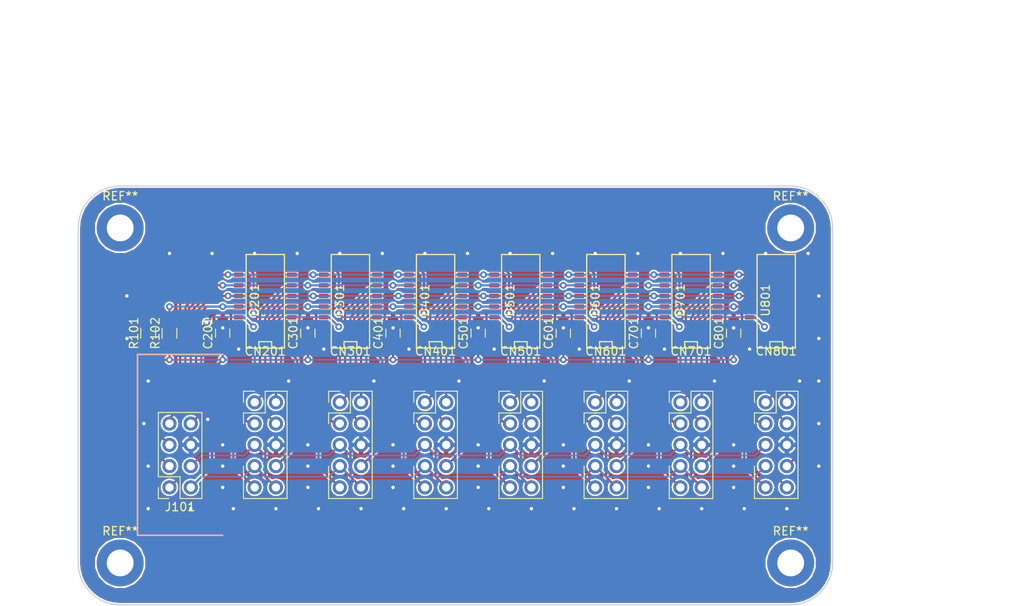
<source format=kicad_pcb>
(kicad_pcb (version 20171130) (host pcbnew "(5.0.1)-3")
  (layers (0 F.Cu signal) (31 B.Cu signal) (34 B.Paste user) (35 F.Paste user) (36 B.SilkS user) (37 F.SilkS user) (38 B.Mask user) (39 F.Mask user) (44 Edge.Cuts user))
  (net 0 "")
  (net 1 +5V)
  (net 2 GND)
  (net 3 /ShiftRegister2/A0)
  (net 4 /ShiftRegister2/A2)
  (net 5 /ShiftRegister2/A1)
  (net 6 +12V)
  (net 7 /ShiftRegister2/EN)
  (net 8 /ShiftRegister2/DATA)
  (net 9 /ShiftRegister2/B1)
  (net 10 /ShiftRegister2/B0)
  (net 11 /ShiftRegister3/B0)
  (net 12 /ShiftRegister3/B1)
  (net 13 /ShiftRegister3/DATA)
  (net 14 /ShiftRegister3/EN)
  (net 15 /ShiftRegister3/A1)
  (net 16 /ShiftRegister3/A2)
  (net 17 /ShiftRegister3/A0)
  (net 18 /ShiftRegister4/B0)
  (net 19 /ShiftRegister4/B1)
  (net 20 /ShiftRegister4/DATA)
  (net 21 /ShiftRegister4/EN)
  (net 22 /ShiftRegister4/A1)
  (net 23 /ShiftRegister4/A2)
  (net 24 /ShiftRegister4/A0)
  (net 25 /ShiftRegister5/A0)
  (net 26 /ShiftRegister5/A2)
  (net 27 /ShiftRegister5/A1)
  (net 28 /ShiftRegister5/EN)
  (net 29 /ShiftRegister5/DATA)
  (net 30 /ShiftRegister5/B1)
  (net 31 /ShiftRegister5/B0)
  (net 32 /ShiftRegister6/B0)
  (net 33 /ShiftRegister6/B1)
  (net 34 /ShiftRegister6/DATA)
  (net 35 /ShiftRegister6/EN)
  (net 36 /ShiftRegister6/A1)
  (net 37 /ShiftRegister6/A2)
  (net 38 /ShiftRegister6/A0)
  (net 39 /ShiftRegister7/B0)
  (net 40 /ShiftRegister7/B1)
  (net 41 /ShiftRegister7/DATA)
  (net 42 /ShiftRegister7/EN)
  (net 43 /ShiftRegister7/A1)
  (net 44 /ShiftRegister7/A2)
  (net 45 /ShiftRegister7/A0)
  (net 46 RCLK)
  (net 47 ~SRCLR)
  (net 48 SRCLK)
  (net 49 ~OE)
  (net 50 /ShiftRegister3/DIN)
  (net 51 /ShiftRegister2/DIN)
  (net 52 /ShiftRegister4/DIN)
  (net 53 /ShiftRegister5/DIN)
  (net 54 /ShiftRegister6/DIN)
  (net 55 /ShiftRegister7/DIN)
  (net 56 /ShiftRegister8/B0)
  (net 57 /ShiftRegister8/B1)
  (net 58 /ShiftRegister8/DATA)
  (net 59 /ShiftRegister8/EN)
  (net 60 /ShiftRegister8/A1)
  (net 61 /ShiftRegister8/A2)
  (net 62 /ShiftRegister8/A0)
  (net 63 /ShiftRegister8/DIN)
  (net 64 "Net-(U201-Pad7)")
  (net 65 "Net-(U301-Pad7)")
  (net 66 "Net-(U401-Pad7)")
  (net 67 "Net-(U501-Pad7)")
  (net 68 "Net-(U601-Pad7)")
  (net 69 "Net-(U701-Pad7)")
  (net 70 /ShiftRegister8/DOUT)
  (net 71 "Net-(U801-Pad7)")
  (module Mounting_Holes:MountingHole_3.2mm_M3_DIN965_Pad (layer F.Cu) (at 257 63)
    (fp_text reference REF** (at 0 -3.8) (layer F.SilkS))
    (fp_text value MountingHole_3.2mm_M3_DIN965_Pad)
    (pad 1 thru_hole circle (at 0 0) (size 5.6 5.6) (drill 3.2) (layers *.Cu *.Mask))
  )
  (module Mounting_Holes:MountingHole_3.2mm_M3_DIN965_Pad (layer F.Cu) (at 177 63)
    (fp_text reference REF** (at 0 -3.8) (layer F.SilkS))
    (fp_text value MountingHole_3.2mm_M3_DIN965_Pad)
    (pad 1 thru_hole circle (at 0 0) (size 5.6 5.6) (drill 3.2) (layers *.Cu *.Mask))
  )
  (module Mounting_Holes:MountingHole_3.2mm_M3_DIN965_Pad (layer F.Cu) (at 177 103)
    (fp_text reference REF** (at 0 -3.8) (layer F.SilkS))
    (fp_text value MountingHole_3.2mm_M3_DIN965_Pad)
    (pad 1 thru_hole circle (at 0 0) (size 5.6 5.6) (drill 3.2) (layers *.Cu *.Mask))
  )
  (module Mounting_Holes:MountingHole_3.2mm_M3_DIN965_Pad (layer F.Cu) (at 257 103)
    (fp_text reference REF** (at 0 -3.8) (layer F.SilkS))
    (fp_text value MountingHole_3.2mm_M3_DIN965_Pad)
    (pad 1 thru_hole circle (at 0 0) (size 5.6 5.6) (drill 3.2) (layers *.Cu *.Mask))
  )
  (module Capacitors_SMD:C_0805_HandSoldering (layer F.Cu) (at 189.23 75.565 90)
    (fp_text reference C201 (at 0 -1.75 90) (layer F.SilkS))
    (fp_text value 0u1)
    (pad 1 smd rect (at -1.25 0 90) (size 1.5 1.25) (layers F.Cu F.Paste F.Mask) (net 1 +5V))
    (pad 2 smd rect (at 1.25 0 90) (size 1.5 1.25) (layers F.Cu F.Paste F.Mask) (net 2 GND))
  )
  (module Capacitors_SMD:C_0805_HandSoldering (layer F.Cu) (at 199.39 75.565 90)
    (fp_text reference C301 (at 0 -1.75 90) (layer F.SilkS))
    (fp_text value 0u1)
    (pad 1 smd rect (at -1.25 0 90) (size 1.5 1.25) (layers F.Cu F.Paste F.Mask) (net 1 +5V))
    (pad 2 smd rect (at 1.25 0 90) (size 1.5 1.25) (layers F.Cu F.Paste F.Mask) (net 2 GND))
  )
  (module Capacitors_SMD:C_0805_HandSoldering (layer F.Cu) (at 209.55 75.565 90)
    (fp_text reference C401 (at 0 -1.75 90) (layer F.SilkS))
    (fp_text value 0u1)
    (pad 2 smd rect (at 1.25 0 90) (size 1.5 1.25) (layers F.Cu F.Paste F.Mask) (net 2 GND))
    (pad 1 smd rect (at -1.25 0 90) (size 1.5 1.25) (layers F.Cu F.Paste F.Mask) (net 1 +5V))
  )
  (module Capacitors_SMD:C_0805_HandSoldering (layer F.Cu) (at 219.71 75.565 90)
    (fp_text reference C501 (at 0 -1.75 90) (layer F.SilkS))
    (fp_text value 0u1)
    (pad 2 smd rect (at 1.25 0 90) (size 1.5 1.25) (layers F.Cu F.Paste F.Mask) (net 2 GND))
    (pad 1 smd rect (at -1.25 0 90) (size 1.5 1.25) (layers F.Cu F.Paste F.Mask) (net 1 +5V))
  )
  (module Capacitors_SMD:C_0805_HandSoldering (layer F.Cu) (at 229.87 75.565 90)
    (fp_text reference C601 (at 0 -1.75 90) (layer F.SilkS))
    (fp_text value 0u1)
    (pad 1 smd rect (at -1.25 0 90) (size 1.5 1.25) (layers F.Cu F.Paste F.Mask) (net 1 +5V))
    (pad 2 smd rect (at 1.25 0 90) (size 1.5 1.25) (layers F.Cu F.Paste F.Mask) (net 2 GND))
  )
  (module Capacitors_SMD:C_0805_HandSoldering (layer F.Cu) (at 240.03 75.565 90)
    (fp_text reference C701 (at 0 -1.75 90) (layer F.SilkS))
    (fp_text value 0u1)
    (pad 2 smd rect (at 1.25 0 90) (size 1.5 1.25) (layers F.Cu F.Paste F.Mask) (net 2 GND))
    (pad 1 smd rect (at -1.25 0 90) (size 1.5 1.25) (layers F.Cu F.Paste F.Mask) (net 1 +5V))
  )
  (module Capacitors_SMD:C_0805_HandSoldering (layer F.Cu) (at 250.19 75.565 90)
    (fp_text reference C801 (at 0 -1.75 90) (layer F.SilkS))
    (fp_text value 0u1)
    (pad 2 smd rect (at 1.25 0 90) (size 1.5 1.25) (layers F.Cu F.Paste F.Mask) (net 2 GND))
    (pad 1 smd rect (at -1.25 0 90) (size 1.5 1.25) (layers F.Cu F.Paste F.Mask) (net 1 +5V))
  )
  (module Socket_Strips:Socket_Strip_Straight_2x04_Pitch2.54mm (layer F.Cu) (at 182.88 93.98 180)
    (fp_text reference J101 (at -1.27 -2.33 180) (layer F.SilkS))
    (fp_text value Conn_02x04_Odd_Even)
    (pad 8 thru_hole oval (at -2.54 7.62 180) (size 1.7 1.7) (drill 1) (layers *.Cu *.Mask) (net 51 /ShiftRegister2/DIN))
    (pad 7 thru_hole oval (at 0 7.62 180) (size 1.7 1.7) (drill 1) (layers *.Cu *.Mask) (net 46 RCLK))
    (pad 6 thru_hole oval (at -2.54 5.08 180) (size 1.7 1.7) (drill 1) (layers *.Cu *.Mask) (net 2 GND))
    (pad 5 thru_hole oval (at 0 5.08 180) (size 1.7 1.7) (drill 1) (layers *.Cu *.Mask) (net 48 SRCLK))
    (pad 4 thru_hole oval (at -2.54 2.54 180) (size 1.7 1.7) (drill 1) (layers *.Cu *.Mask) (net 6 +12V))
    (pad 3 thru_hole oval (at 0 2.54 180) (size 1.7 1.7) (drill 1) (layers *.Cu *.Mask) (net 47 ~SRCLR))
    (pad 2 thru_hole oval (at -2.54 0 180) (size 1.7 1.7) (drill 1) (layers *.Cu *.Mask) (net 1 +5V))
    (pad 1 thru_hole circle (at 0 0 180) (size 1.7 1.7) (drill 1) (layers *.Cu *.Mask) (net 49 ~OE))
  )
  (module Resistors_SMD:R_0805_HandSoldering (layer F.Cu) (at 180.34 75.565 90)
    (fp_text reference R101 (at 0 -1.7 90) (layer F.SilkS))
    (fp_text value 10K)
    (pad 1 smd rect (at -1.35 0 90) (size 1.5 1.3) (layers F.Cu F.Paste F.Mask) (net 1 +5V))
    (pad 2 smd rect (at 1.35 0 90) (size 1.5 1.3) (layers F.Cu F.Paste F.Mask) (net 47 ~SRCLR))
  )
  (module Resistors_SMD:R_0805_HandSoldering (layer F.Cu) (at 182.88 75.565 90)
    (fp_text reference R102 (at 0 -1.7 90) (layer F.SilkS))
    (fp_text value 10K)
    (pad 2 smd rect (at 1.35 0 90) (size 1.5 1.3) (layers F.Cu F.Paste F.Mask) (net 49 ~OE))
    (pad 1 smd rect (at -1.35 0 90) (size 1.5 1.3) (layers F.Cu F.Paste F.Mask) (net 1 +5V))
  )
  (module SMD_Packages:SO-16-N (layer F.Cu) (at 194.31 71.755 90)
    (fp_text reference U201 (at 0.127 -1.27 90) (layer F.SilkS))
    (fp_text value 74HCT595)
    (pad 15 smd rect (at -3.175 -3.175 90) (size 0.508 1.143) (layers F.Cu F.Paste F.Mask) (net 3 /ShiftRegister2/A0))
    (pad 1 smd rect (at -4.445 3.175 90) (size 0.508 1.143) (layers F.Cu F.Paste F.Mask) (net 5 /ShiftRegister2/A1))
    (pad 2 smd rect (at -3.175 3.175 90) (size 0.508 1.143) (layers F.Cu F.Paste F.Mask) (net 4 /ShiftRegister2/A2))
    (pad 3 smd rect (at -1.905 3.175 90) (size 0.508 1.143) (layers F.Cu F.Paste F.Mask) (net 10 /ShiftRegister2/B0))
    (pad 4 smd rect (at -0.635 3.175 90) (size 0.508 1.143) (layers F.Cu F.Paste F.Mask) (net 9 /ShiftRegister2/B1))
    (pad 5 smd rect (at 0.635 3.175 90) (size 0.508 1.143) (layers F.Cu F.Paste F.Mask) (net 8 /ShiftRegister2/DATA))
    (pad 6 smd rect (at 1.905 3.175 90) (size 0.508 1.143) (layers F.Cu F.Paste F.Mask) (net 7 /ShiftRegister2/EN))
    (pad 7 smd rect (at 3.175 3.175 90) (size 0.508 1.143) (layers F.Cu F.Paste F.Mask) (net 64 "Net-(U201-Pad7)"))
    (pad 8 smd rect (at 4.445 3.175 90) (size 0.508 1.143) (layers F.Cu F.Paste F.Mask) (net 2 GND))
    (pad 9 smd rect (at 4.445 -3.175 90) (size 0.508 1.143) (layers F.Cu F.Paste F.Mask) (net 50 /ShiftRegister3/DIN))
    (pad 10 smd rect (at 3.175 -3.175 90) (size 0.508 1.143) (layers F.Cu F.Paste F.Mask) (net 47 ~SRCLR))
    (pad 11 smd rect (at 1.905 -3.175 90) (size 0.508 1.143) (layers F.Cu F.Paste F.Mask) (net 48 SRCLK))
    (pad 12 smd rect (at 0.635 -3.175 90) (size 0.508 1.143) (layers F.Cu F.Paste F.Mask) (net 46 RCLK))
    (pad 13 smd rect (at -0.635 -3.175 90) (size 0.508 1.143) (layers F.Cu F.Paste F.Mask) (net 49 ~OE))
    (pad 14 smd rect (at -1.905 -3.175 90) (size 0.508 1.143) (layers F.Cu F.Paste F.Mask) (net 51 /ShiftRegister2/DIN))
    (pad 16 smd rect (at -4.445 -3.175 90) (size 0.508 1.143) (layers F.Cu F.Paste F.Mask) (net 1 +5V))
  )
  (module SMD_Packages:SO-16-N (layer F.Cu) (at 204.47 71.755 90)
    (fp_text reference U301 (at 0.127 -1.27 90) (layer F.SilkS))
    (fp_text value 74HCT595)
    (pad 15 smd rect (at -3.175 -3.175 90) (size 0.508 1.143) (layers F.Cu F.Paste F.Mask) (net 17 /ShiftRegister3/A0))
    (pad 1 smd rect (at -4.445 3.175 90) (size 0.508 1.143) (layers F.Cu F.Paste F.Mask) (net 15 /ShiftRegister3/A1))
    (pad 2 smd rect (at -3.175 3.175 90) (size 0.508 1.143) (layers F.Cu F.Paste F.Mask) (net 16 /ShiftRegister3/A2))
    (pad 3 smd rect (at -1.905 3.175 90) (size 0.508 1.143) (layers F.Cu F.Paste F.Mask) (net 11 /ShiftRegister3/B0))
    (pad 4 smd rect (at -0.635 3.175 90) (size 0.508 1.143) (layers F.Cu F.Paste F.Mask) (net 12 /ShiftRegister3/B1))
    (pad 5 smd rect (at 0.635 3.175 90) (size 0.508 1.143) (layers F.Cu F.Paste F.Mask) (net 13 /ShiftRegister3/DATA))
    (pad 6 smd rect (at 1.905 3.175 90) (size 0.508 1.143) (layers F.Cu F.Paste F.Mask) (net 14 /ShiftRegister3/EN))
    (pad 7 smd rect (at 3.175 3.175 90) (size 0.508 1.143) (layers F.Cu F.Paste F.Mask) (net 65 "Net-(U301-Pad7)"))
    (pad 8 smd rect (at 4.445 3.175 90) (size 0.508 1.143) (layers F.Cu F.Paste F.Mask) (net 2 GND))
    (pad 9 smd rect (at 4.445 -3.175 90) (size 0.508 1.143) (layers F.Cu F.Paste F.Mask) (net 52 /ShiftRegister4/DIN))
    (pad 10 smd rect (at 3.175 -3.175 90) (size 0.508 1.143) (layers F.Cu F.Paste F.Mask) (net 47 ~SRCLR))
    (pad 11 smd rect (at 1.905 -3.175 90) (size 0.508 1.143) (layers F.Cu F.Paste F.Mask) (net 48 SRCLK))
    (pad 12 smd rect (at 0.635 -3.175 90) (size 0.508 1.143) (layers F.Cu F.Paste F.Mask) (net 46 RCLK))
    (pad 13 smd rect (at -0.635 -3.175 90) (size 0.508 1.143) (layers F.Cu F.Paste F.Mask) (net 49 ~OE))
    (pad 14 smd rect (at -1.905 -3.175 90) (size 0.508 1.143) (layers F.Cu F.Paste F.Mask) (net 50 /ShiftRegister3/DIN))
    (pad 16 smd rect (at -4.445 -3.175 90) (size 0.508 1.143) (layers F.Cu F.Paste F.Mask) (net 1 +5V))
  )
  (module SMD_Packages:SO-16-N (layer F.Cu) (at 214.63 71.755 90)
    (fp_text reference U401 (at 0.127 -1.27 270) (layer F.SilkS))
    (fp_text value 74HCT595)
    (pad 16 smd rect (at -4.445 -3.175 90) (size 0.508 1.143) (layers F.Cu F.Paste F.Mask) (net 1 +5V))
    (pad 14 smd rect (at -1.905 -3.175 90) (size 0.508 1.143) (layers F.Cu F.Paste F.Mask) (net 52 /ShiftRegister4/DIN))
    (pad 13 smd rect (at -0.635 -3.175 90) (size 0.508 1.143) (layers F.Cu F.Paste F.Mask) (net 49 ~OE))
    (pad 12 smd rect (at 0.635 -3.175 90) (size 0.508 1.143) (layers F.Cu F.Paste F.Mask) (net 46 RCLK))
    (pad 11 smd rect (at 1.905 -3.175 90) (size 0.508 1.143) (layers F.Cu F.Paste F.Mask) (net 48 SRCLK))
    (pad 10 smd rect (at 3.175 -3.175 90) (size 0.508 1.143) (layers F.Cu F.Paste F.Mask) (net 47 ~SRCLR))
    (pad 9 smd rect (at 4.445 -3.175 90) (size 0.508 1.143) (layers F.Cu F.Paste F.Mask) (net 53 /ShiftRegister5/DIN))
    (pad 8 smd rect (at 4.445 3.175 90) (size 0.508 1.143) (layers F.Cu F.Paste F.Mask) (net 2 GND))
    (pad 7 smd rect (at 3.175 3.175 90) (size 0.508 1.143) (layers F.Cu F.Paste F.Mask) (net 66 "Net-(U401-Pad7)"))
    (pad 6 smd rect (at 1.905 3.175 90) (size 0.508 1.143) (layers F.Cu F.Paste F.Mask) (net 21 /ShiftRegister4/EN))
    (pad 5 smd rect (at 0.635 3.175 90) (size 0.508 1.143) (layers F.Cu F.Paste F.Mask) (net 20 /ShiftRegister4/DATA))
    (pad 4 smd rect (at -0.635 3.175 90) (size 0.508 1.143) (layers F.Cu F.Paste F.Mask) (net 19 /ShiftRegister4/B1))
    (pad 3 smd rect (at -1.905 3.175 90) (size 0.508 1.143) (layers F.Cu F.Paste F.Mask) (net 18 /ShiftRegister4/B0))
    (pad 2 smd rect (at -3.175 3.175 90) (size 0.508 1.143) (layers F.Cu F.Paste F.Mask) (net 23 /ShiftRegister4/A2))
    (pad 1 smd rect (at -4.445 3.175 90) (size 0.508 1.143) (layers F.Cu F.Paste F.Mask) (net 22 /ShiftRegister4/A1))
    (pad 15 smd rect (at -3.175 -3.175 90) (size 0.508 1.143) (layers F.Cu F.Paste F.Mask) (net 24 /ShiftRegister4/A0))
  )
  (module SMD_Packages:SO-16-N (layer F.Cu) (at 224.79 71.755 90)
    (fp_text reference U501 (at 0.127 -1.27 90) (layer F.SilkS))
    (fp_text value 74HCT595)
    (pad 16 smd rect (at -4.445 -3.175 90) (size 0.508 1.143) (layers F.Cu F.Paste F.Mask) (net 1 +5V))
    (pad 14 smd rect (at -1.905 -3.175 90) (size 0.508 1.143) (layers F.Cu F.Paste F.Mask) (net 53 /ShiftRegister5/DIN))
    (pad 13 smd rect (at -0.635 -3.175 90) (size 0.508 1.143) (layers F.Cu F.Paste F.Mask) (net 49 ~OE))
    (pad 12 smd rect (at 0.635 -3.175 90) (size 0.508 1.143) (layers F.Cu F.Paste F.Mask) (net 46 RCLK))
    (pad 11 smd rect (at 1.905 -3.175 90) (size 0.508 1.143) (layers F.Cu F.Paste F.Mask) (net 48 SRCLK))
    (pad 10 smd rect (at 3.175 -3.175 90) (size 0.508 1.143) (layers F.Cu F.Paste F.Mask) (net 47 ~SRCLR))
    (pad 9 smd rect (at 4.445 -3.175 90) (size 0.508 1.143) (layers F.Cu F.Paste F.Mask) (net 54 /ShiftRegister6/DIN))
    (pad 8 smd rect (at 4.445 3.175 90) (size 0.508 1.143) (layers F.Cu F.Paste F.Mask) (net 2 GND))
    (pad 7 smd rect (at 3.175 3.175 90) (size 0.508 1.143) (layers F.Cu F.Paste F.Mask) (net 67 "Net-(U501-Pad7)"))
    (pad 6 smd rect (at 1.905 3.175 90) (size 0.508 1.143) (layers F.Cu F.Paste F.Mask) (net 28 /ShiftRegister5/EN))
    (pad 5 smd rect (at 0.635 3.175 90) (size 0.508 1.143) (layers F.Cu F.Paste F.Mask) (net 29 /ShiftRegister5/DATA))
    (pad 4 smd rect (at -0.635 3.175 90) (size 0.508 1.143) (layers F.Cu F.Paste F.Mask) (net 30 /ShiftRegister5/B1))
    (pad 3 smd rect (at -1.905 3.175 90) (size 0.508 1.143) (layers F.Cu F.Paste F.Mask) (net 31 /ShiftRegister5/B0))
    (pad 2 smd rect (at -3.175 3.175 90) (size 0.508 1.143) (layers F.Cu F.Paste F.Mask) (net 26 /ShiftRegister5/A2))
    (pad 1 smd rect (at -4.445 3.175 90) (size 0.508 1.143) (layers F.Cu F.Paste F.Mask) (net 27 /ShiftRegister5/A1))
    (pad 15 smd rect (at -3.175 -3.175 90) (size 0.508 1.143) (layers F.Cu F.Paste F.Mask) (net 25 /ShiftRegister5/A0))
  )
  (module SMD_Packages:SO-16-N (layer F.Cu) (at 234.95 71.755 90)
    (fp_text reference U601 (at 0.127 -1.27 90) (layer F.SilkS))
    (fp_text value 74HCT595)
    (pad 15 smd rect (at -3.175 -3.175 90) (size 0.508 1.143) (layers F.Cu F.Paste F.Mask) (net 38 /ShiftRegister6/A0))
    (pad 1 smd rect (at -4.445 3.175 90) (size 0.508 1.143) (layers F.Cu F.Paste F.Mask) (net 36 /ShiftRegister6/A1))
    (pad 2 smd rect (at -3.175 3.175 90) (size 0.508 1.143) (layers F.Cu F.Paste F.Mask) (net 37 /ShiftRegister6/A2))
    (pad 3 smd rect (at -1.905 3.175 90) (size 0.508 1.143) (layers F.Cu F.Paste F.Mask) (net 32 /ShiftRegister6/B0))
    (pad 4 smd rect (at -0.635 3.175 90) (size 0.508 1.143) (layers F.Cu F.Paste F.Mask) (net 33 /ShiftRegister6/B1))
    (pad 5 smd rect (at 0.635 3.175 90) (size 0.508 1.143) (layers F.Cu F.Paste F.Mask) (net 34 /ShiftRegister6/DATA))
    (pad 6 smd rect (at 1.905 3.175 90) (size 0.508 1.143) (layers F.Cu F.Paste F.Mask) (net 35 /ShiftRegister6/EN))
    (pad 7 smd rect (at 3.175 3.175 90) (size 0.508 1.143) (layers F.Cu F.Paste F.Mask) (net 68 "Net-(U601-Pad7)"))
    (pad 8 smd rect (at 4.445 3.175 90) (size 0.508 1.143) (layers F.Cu F.Paste F.Mask) (net 2 GND))
    (pad 9 smd rect (at 4.445 -3.175 90) (size 0.508 1.143) (layers F.Cu F.Paste F.Mask) (net 55 /ShiftRegister7/DIN))
    (pad 10 smd rect (at 3.175 -3.175 90) (size 0.508 1.143) (layers F.Cu F.Paste F.Mask) (net 47 ~SRCLR))
    (pad 11 smd rect (at 1.905 -3.175 90) (size 0.508 1.143) (layers F.Cu F.Paste F.Mask) (net 48 SRCLK))
    (pad 12 smd rect (at 0.635 -3.175 90) (size 0.508 1.143) (layers F.Cu F.Paste F.Mask) (net 46 RCLK))
    (pad 13 smd rect (at -0.635 -3.175 90) (size 0.508 1.143) (layers F.Cu F.Paste F.Mask) (net 49 ~OE))
    (pad 14 smd rect (at -1.905 -3.175 90) (size 0.508 1.143) (layers F.Cu F.Paste F.Mask) (net 54 /ShiftRegister6/DIN))
    (pad 16 smd rect (at -4.445 -3.175 90) (size 0.508 1.143) (layers F.Cu F.Paste F.Mask) (net 1 +5V))
  )
  (module SMD_Packages:SO-16-N (layer F.Cu) (at 245.11 71.755 90)
    (fp_text reference U701 (at 0.127 -1.27 90) (layer F.SilkS))
    (fp_text value 74HCT595)
    (pad 15 smd rect (at -3.175 -3.175 90) (size 0.508 1.143) (layers F.Cu F.Paste F.Mask) (net 45 /ShiftRegister7/A0))
    (pad 1 smd rect (at -4.445 3.175 90) (size 0.508 1.143) (layers F.Cu F.Paste F.Mask) (net 43 /ShiftRegister7/A1))
    (pad 2 smd rect (at -3.175 3.175 90) (size 0.508 1.143) (layers F.Cu F.Paste F.Mask) (net 44 /ShiftRegister7/A2))
    (pad 3 smd rect (at -1.905 3.175 90) (size 0.508 1.143) (layers F.Cu F.Paste F.Mask) (net 39 /ShiftRegister7/B0))
    (pad 4 smd rect (at -0.635 3.175 90) (size 0.508 1.143) (layers F.Cu F.Paste F.Mask) (net 40 /ShiftRegister7/B1))
    (pad 5 smd rect (at 0.635 3.175 90) (size 0.508 1.143) (layers F.Cu F.Paste F.Mask) (net 41 /ShiftRegister7/DATA))
    (pad 6 smd rect (at 1.905 3.175 90) (size 0.508 1.143) (layers F.Cu F.Paste F.Mask) (net 42 /ShiftRegister7/EN))
    (pad 7 smd rect (at 3.175 3.175 90) (size 0.508 1.143) (layers F.Cu F.Paste F.Mask) (net 69 "Net-(U701-Pad7)"))
    (pad 8 smd rect (at 4.445 3.175 90) (size 0.508 1.143) (layers F.Cu F.Paste F.Mask) (net 2 GND))
    (pad 9 smd rect (at 4.445 -3.175 90) (size 0.508 1.143) (layers F.Cu F.Paste F.Mask) (net 63 /ShiftRegister8/DIN))
    (pad 10 smd rect (at 3.175 -3.175 90) (size 0.508 1.143) (layers F.Cu F.Paste F.Mask) (net 47 ~SRCLR))
    (pad 11 smd rect (at 1.905 -3.175 90) (size 0.508 1.143) (layers F.Cu F.Paste F.Mask) (net 48 SRCLK))
    (pad 12 smd rect (at 0.635 -3.175 90) (size 0.508 1.143) (layers F.Cu F.Paste F.Mask) (net 46 RCLK))
    (pad 13 smd rect (at -0.635 -3.175 90) (size 0.508 1.143) (layers F.Cu F.Paste F.Mask) (net 49 ~OE))
    (pad 14 smd rect (at -1.905 -3.175 90) (size 0.508 1.143) (layers F.Cu F.Paste F.Mask) (net 55 /ShiftRegister7/DIN))
    (pad 16 smd rect (at -4.445 -3.175 90) (size 0.508 1.143) (layers F.Cu F.Paste F.Mask) (net 1 +5V))
  )
  (module SMD_Packages:SO-16-N (layer F.Cu) (at 255.27 71.755 90)
    (fp_text reference U801 (at 0.127 -1.27 270) (layer F.SilkS))
    (fp_text value 74HCT595)
    (pad 16 smd rect (at -4.445 -3.175 90) (size 0.508 1.143) (layers F.Cu F.Paste F.Mask) (net 1 +5V))
    (pad 14 smd rect (at -1.905 -3.175 90) (size 0.508 1.143) (layers F.Cu F.Paste F.Mask) (net 63 /ShiftRegister8/DIN))
    (pad 13 smd rect (at -0.635 -3.175 90) (size 0.508 1.143) (layers F.Cu F.Paste F.Mask) (net 49 ~OE))
    (pad 12 smd rect (at 0.635 -3.175 90) (size 0.508 1.143) (layers F.Cu F.Paste F.Mask) (net 46 RCLK))
    (pad 11 smd rect (at 1.905 -3.175 90) (size 0.508 1.143) (layers F.Cu F.Paste F.Mask) (net 48 SRCLK))
    (pad 10 smd rect (at 3.175 -3.175 90) (size 0.508 1.143) (layers F.Cu F.Paste F.Mask) (net 47 ~SRCLR))
    (pad 9 smd rect (at 4.445 -3.175 90) (size 0.508 1.143) (layers F.Cu F.Paste F.Mask) (net 70 /ShiftRegister8/DOUT))
    (pad 8 smd rect (at 4.445 3.175 90) (size 0.508 1.143) (layers F.Cu F.Paste F.Mask) (net 2 GND))
    (pad 7 smd rect (at 3.175 3.175 90) (size 0.508 1.143) (layers F.Cu F.Paste F.Mask) (net 71 "Net-(U801-Pad7)"))
    (pad 6 smd rect (at 1.905 3.175 90) (size 0.508 1.143) (layers F.Cu F.Paste F.Mask) (net 59 /ShiftRegister8/EN))
    (pad 5 smd rect (at 0.635 3.175 90) (size 0.508 1.143) (layers F.Cu F.Paste F.Mask) (net 58 /ShiftRegister8/DATA))
    (pad 4 smd rect (at -0.635 3.175 90) (size 0.508 1.143) (layers F.Cu F.Paste F.Mask) (net 57 /ShiftRegister8/B1))
    (pad 3 smd rect (at -1.905 3.175 90) (size 0.508 1.143) (layers F.Cu F.Paste F.Mask) (net 56 /ShiftRegister8/B0))
    (pad 2 smd rect (at -3.175 3.175 90) (size 0.508 1.143) (layers F.Cu F.Paste F.Mask) (net 61 /ShiftRegister8/A2))
    (pad 1 smd rect (at -4.445 3.175 90) (size 0.508 1.143) (layers F.Cu F.Paste F.Mask) (net 60 /ShiftRegister8/A1))
    (pad 15 smd rect (at -3.175 -3.175 90) (size 0.508 1.143) (layers F.Cu F.Paste F.Mask) (net 62 /ShiftRegister8/A0))
  )
  (module Own:Pin_Header_Straight_Shrouded_2x05_Pitch2.54mm (layer F.Cu) (at 193.04 83.82)
    (fp_text reference CN201 (at 1.27 -6.096) (layer F.SilkS))
    (fp_text value UFP2810 hide)
    (pad 1 thru_hole circle (at 0 0) (size 1.7 1.7) (drill 1) (layers *.Cu *.Mask) (net 9 /ShiftRegister2/B1))
    (pad 2 thru_hole oval (at 2.54 0) (size 1.7 1.7) (drill 1) (layers *.Cu *.Mask) (net 10 /ShiftRegister2/B0))
    (pad 3 thru_hole oval (at 0 2.54) (size 1.7 1.7) (drill 1) (layers *.Cu *.Mask) (net 7 /ShiftRegister2/EN))
    (pad 4 thru_hole oval (at 2.54 2.54) (size 1.7 1.7) (drill 1) (layers *.Cu *.Mask) (net 8 /ShiftRegister2/DATA))
    (pad 5 thru_hole oval (at 0 5.08) (size 1.7 1.7) (drill 1) (layers *.Cu *.Mask) (net 6 +12V))
    (pad 6 thru_hole oval (at 2.54 5.08) (size 1.7 1.7) (drill 1) (layers *.Cu *.Mask) (net 2 GND))
    (pad 7 thru_hole oval (at 0 7.62) (size 1.7 1.7) (drill 1) (layers *.Cu *.Mask) (net 1 +5V))
    (pad 8 thru_hole oval (at 2.54 7.62) (size 1.7 1.7) (drill 1) (layers *.Cu *.Mask) (net 5 /ShiftRegister2/A1))
    (pad 9 thru_hole oval (at 0 10.16) (size 1.7 1.7) (drill 1) (layers *.Cu *.Mask) (net 3 /ShiftRegister2/A0))
    (pad 10 thru_hole oval (at 2.54 10.16) (size 1.7 1.7) (drill 1) (layers *.Cu *.Mask) (net 4 /ShiftRegister2/A2))
  )
  (module Own:Pin_Header_Straight_Shrouded_2x05_Pitch2.54mm (layer F.Cu) (at 203.2 83.82)
    (fp_text reference CN301 (at 1.27 -6.096) (layer F.SilkS))
    (fp_text value UFP2810 hide)
    (pad 10 thru_hole oval (at 2.54 10.16) (size 1.7 1.7) (drill 1) (layers *.Cu *.Mask) (net 16 /ShiftRegister3/A2))
    (pad 9 thru_hole oval (at 0 10.16) (size 1.7 1.7) (drill 1) (layers *.Cu *.Mask) (net 17 /ShiftRegister3/A0))
    (pad 8 thru_hole oval (at 2.54 7.62) (size 1.7 1.7) (drill 1) (layers *.Cu *.Mask) (net 15 /ShiftRegister3/A1))
    (pad 7 thru_hole oval (at 0 7.62) (size 1.7 1.7) (drill 1) (layers *.Cu *.Mask) (net 1 +5V))
    (pad 6 thru_hole oval (at 2.54 5.08) (size 1.7 1.7) (drill 1) (layers *.Cu *.Mask) (net 2 GND))
    (pad 5 thru_hole oval (at 0 5.08) (size 1.7 1.7) (drill 1) (layers *.Cu *.Mask) (net 6 +12V))
    (pad 4 thru_hole oval (at 2.54 2.54) (size 1.7 1.7) (drill 1) (layers *.Cu *.Mask) (net 13 /ShiftRegister3/DATA))
    (pad 3 thru_hole oval (at 0 2.54) (size 1.7 1.7) (drill 1) (layers *.Cu *.Mask) (net 14 /ShiftRegister3/EN))
    (pad 2 thru_hole oval (at 2.54 0) (size 1.7 1.7) (drill 1) (layers *.Cu *.Mask) (net 11 /ShiftRegister3/B0))
    (pad 1 thru_hole circle (at 0 0) (size 1.7 1.7) (drill 1) (layers *.Cu *.Mask) (net 12 /ShiftRegister3/B1))
  )
  (module Own:Pin_Header_Straight_Shrouded_2x05_Pitch2.54mm (layer F.Cu) (at 213.36 83.82)
    (fp_text reference CN401 (at 1.27 -6.096) (layer F.SilkS))
    (fp_text value UFP2810 hide)
    (pad 1 thru_hole circle (at 0 0) (size 1.7 1.7) (drill 1) (layers *.Cu *.Mask) (net 19 /ShiftRegister4/B1))
    (pad 2 thru_hole oval (at 2.54 0) (size 1.7 1.7) (drill 1) (layers *.Cu *.Mask) (net 18 /ShiftRegister4/B0))
    (pad 3 thru_hole oval (at 0 2.54) (size 1.7 1.7) (drill 1) (layers *.Cu *.Mask) (net 21 /ShiftRegister4/EN))
    (pad 4 thru_hole oval (at 2.54 2.54) (size 1.7 1.7) (drill 1) (layers *.Cu *.Mask) (net 20 /ShiftRegister4/DATA))
    (pad 5 thru_hole oval (at 0 5.08) (size 1.7 1.7) (drill 1) (layers *.Cu *.Mask) (net 6 +12V))
    (pad 6 thru_hole oval (at 2.54 5.08) (size 1.7 1.7) (drill 1) (layers *.Cu *.Mask) (net 2 GND))
    (pad 7 thru_hole oval (at 0 7.62) (size 1.7 1.7) (drill 1) (layers *.Cu *.Mask) (net 1 +5V))
    (pad 8 thru_hole oval (at 2.54 7.62) (size 1.7 1.7) (drill 1) (layers *.Cu *.Mask) (net 22 /ShiftRegister4/A1))
    (pad 9 thru_hole oval (at 0 10.16) (size 1.7 1.7) (drill 1) (layers *.Cu *.Mask) (net 24 /ShiftRegister4/A0))
    (pad 10 thru_hole oval (at 2.54 10.16) (size 1.7 1.7) (drill 1) (layers *.Cu *.Mask) (net 23 /ShiftRegister4/A2))
  )
  (module Own:Pin_Header_Straight_Shrouded_2x05_Pitch2.54mm (layer F.Cu) (at 223.52 83.82)
    (fp_text reference CN501 (at 1.27 -6.096) (layer F.SilkS))
    (fp_text value UFP2810 hide)
    (pad 10 thru_hole oval (at 2.54 10.16) (size 1.7 1.7) (drill 1) (layers *.Cu *.Mask) (net 26 /ShiftRegister5/A2))
    (pad 9 thru_hole oval (at 0 10.16) (size 1.7 1.7) (drill 1) (layers *.Cu *.Mask) (net 25 /ShiftRegister5/A0))
    (pad 8 thru_hole oval (at 2.54 7.62) (size 1.7 1.7) (drill 1) (layers *.Cu *.Mask) (net 27 /ShiftRegister5/A1))
    (pad 7 thru_hole oval (at 0 7.62) (size 1.7 1.7) (drill 1) (layers *.Cu *.Mask) (net 1 +5V))
    (pad 6 thru_hole oval (at 2.54 5.08) (size 1.7 1.7) (drill 1) (layers *.Cu *.Mask) (net 2 GND))
    (pad 5 thru_hole oval (at 0 5.08) (size 1.7 1.7) (drill 1) (layers *.Cu *.Mask) (net 6 +12V))
    (pad 4 thru_hole oval (at 2.54 2.54) (size 1.7 1.7) (drill 1) (layers *.Cu *.Mask) (net 29 /ShiftRegister5/DATA))
    (pad 3 thru_hole oval (at 0 2.54) (size 1.7 1.7) (drill 1) (layers *.Cu *.Mask) (net 28 /ShiftRegister5/EN))
    (pad 2 thru_hole oval (at 2.54 0) (size 1.7 1.7) (drill 1) (layers *.Cu *.Mask) (net 31 /ShiftRegister5/B0))
    (pad 1 thru_hole circle (at 0 0) (size 1.7 1.7) (drill 1) (layers *.Cu *.Mask) (net 30 /ShiftRegister5/B1))
  )
  (module Own:Pin_Header_Straight_Shrouded_2x05_Pitch2.54mm (layer F.Cu) (at 233.68 83.82)
    (fp_text reference CN601 (at 1.27 -6.096) (layer F.SilkS))
    (fp_text value UFP2810 hide)
    (pad 10 thru_hole oval (at 2.54 10.16) (size 1.7 1.7) (drill 1) (layers *.Cu *.Mask) (net 37 /ShiftRegister6/A2))
    (pad 9 thru_hole oval (at 0 10.16) (size 1.7 1.7) (drill 1) (layers *.Cu *.Mask) (net 38 /ShiftRegister6/A0))
    (pad 8 thru_hole oval (at 2.54 7.62) (size 1.7 1.7) (drill 1) (layers *.Cu *.Mask) (net 36 /ShiftRegister6/A1))
    (pad 7 thru_hole oval (at 0 7.62) (size 1.7 1.7) (drill 1) (layers *.Cu *.Mask) (net 1 +5V))
    (pad 6 thru_hole oval (at 2.54 5.08) (size 1.7 1.7) (drill 1) (layers *.Cu *.Mask) (net 2 GND))
    (pad 5 thru_hole oval (at 0 5.08) (size 1.7 1.7) (drill 1) (layers *.Cu *.Mask) (net 6 +12V))
    (pad 4 thru_hole oval (at 2.54 2.54) (size 1.7 1.7) (drill 1) (layers *.Cu *.Mask) (net 34 /ShiftRegister6/DATA))
    (pad 3 thru_hole oval (at 0 2.54) (size 1.7 1.7) (drill 1) (layers *.Cu *.Mask) (net 35 /ShiftRegister6/EN))
    (pad 2 thru_hole oval (at 2.54 0) (size 1.7 1.7) (drill 1) (layers *.Cu *.Mask) (net 32 /ShiftRegister6/B0))
    (pad 1 thru_hole circle (at 0 0) (size 1.7 1.7) (drill 1) (layers *.Cu *.Mask) (net 33 /ShiftRegister6/B1))
  )
  (module Own:Pin_Header_Straight_Shrouded_2x05_Pitch2.54mm (layer F.Cu) (at 243.84 83.82)
    (fp_text reference CN701 (at 1.27 -6.096) (layer F.SilkS))
    (fp_text value UFP2810 hide)
    (pad 1 thru_hole circle (at 0 0) (size 1.7 1.7) (drill 1) (layers *.Cu *.Mask) (net 40 /ShiftRegister7/B1))
    (pad 2 thru_hole oval (at 2.54 0) (size 1.7 1.7) (drill 1) (layers *.Cu *.Mask) (net 39 /ShiftRegister7/B0))
    (pad 3 thru_hole oval (at 0 2.54) (size 1.7 1.7) (drill 1) (layers *.Cu *.Mask) (net 42 /ShiftRegister7/EN))
    (pad 4 thru_hole oval (at 2.54 2.54) (size 1.7 1.7) (drill 1) (layers *.Cu *.Mask) (net 41 /ShiftRegister7/DATA))
    (pad 5 thru_hole oval (at 0 5.08) (size 1.7 1.7) (drill 1) (layers *.Cu *.Mask) (net 6 +12V))
    (pad 6 thru_hole oval (at 2.54 5.08) (size 1.7 1.7) (drill 1) (layers *.Cu *.Mask) (net 2 GND))
    (pad 7 thru_hole oval (at 0 7.62) (size 1.7 1.7) (drill 1) (layers *.Cu *.Mask) (net 1 +5V))
    (pad 8 thru_hole oval (at 2.54 7.62) (size 1.7 1.7) (drill 1) (layers *.Cu *.Mask) (net 43 /ShiftRegister7/A1))
    (pad 9 thru_hole oval (at 0 10.16) (size 1.7 1.7) (drill 1) (layers *.Cu *.Mask) (net 45 /ShiftRegister7/A0))
    (pad 10 thru_hole oval (at 2.54 10.16) (size 1.7 1.7) (drill 1) (layers *.Cu *.Mask) (net 44 /ShiftRegister7/A2))
  )
  (module Own:Pin_Header_Straight_Shrouded_2x05_Pitch2.54mm (layer F.Cu) (at 254 83.82)
    (fp_text reference CN801 (at 1.27 -6.096) (layer F.SilkS))
    (fp_text value UFP2810 hide)
    (pad 10 thru_hole oval (at 2.54 10.16) (size 1.7 1.7) (drill 1) (layers *.Cu *.Mask) (net 61 /ShiftRegister8/A2))
    (pad 9 thru_hole oval (at 0 10.16) (size 1.7 1.7) (drill 1) (layers *.Cu *.Mask) (net 62 /ShiftRegister8/A0))
    (pad 8 thru_hole oval (at 2.54 7.62) (size 1.7 1.7) (drill 1) (layers *.Cu *.Mask) (net 60 /ShiftRegister8/A1))
    (pad 7 thru_hole oval (at 0 7.62) (size 1.7 1.7) (drill 1) (layers *.Cu *.Mask) (net 1 +5V))
    (pad 6 thru_hole oval (at 2.54 5.08) (size 1.7 1.7) (drill 1) (layers *.Cu *.Mask) (net 2 GND))
    (pad 5 thru_hole oval (at 0 5.08) (size 1.7 1.7) (drill 1) (layers *.Cu *.Mask) (net 6 +12V))
    (pad 4 thru_hole oval (at 2.54 2.54) (size 1.7 1.7) (drill 1) (layers *.Cu *.Mask) (net 58 /ShiftRegister8/DATA))
    (pad 3 thru_hole oval (at 0 2.54) (size 1.7 1.7) (drill 1) (layers *.Cu *.Mask) (net 59 /ShiftRegister8/EN))
    (pad 2 thru_hole oval (at 2.54 0) (size 1.7 1.7) (drill 1) (layers *.Cu *.Mask) (net 56 /ShiftRegister8/B0))
    (pad 1 thru_hole circle (at 0 0) (size 1.7 1.7) (drill 1) (layers *.Cu *.Mask) (net 57 /ShiftRegister8/B1))
  )
  (gr_arc (start 177 103) (end 172 103) (angle -90) (layer Edge.Cuts) (width 0.15))
  (gr_arc (start 177 63) (end 177 58) (angle -90) (layer Edge.Cuts) (width 0.15))
  (gr_arc (start 257 63) (end 262 63) (angle -90) (layer Edge.Cuts) (width 0.15))
  (gr_arc (start 257 103) (end 257 108) (angle -90) (layer Edge.Cuts) (width 0.15))
  (gr_line (start 262 63) (end 262 103) (layer Edge.Cuts) (width 0.15))
  (gr_line (start 177 58) (end 257 58) (layer Edge.Cuts) (width 0.15))
  (gr_line (start 172 103) (end 172 63) (layer Edge.Cuts) (width 0.15))
  (gr_line (start 257 108) (end 177 108) (layer Edge.Cuts) (width 0.15))
  (gr_line (start 179.07 78.105) (end 189.23 78.105) (layer B.SilkS) (width 0.2))
  (gr_line (start 179.07 99.695) (end 179.07 78.105) (layer B.SilkS) (width 0.2))
  (gr_line (start 189.23 99.695) (end 179.07 99.695) (layer B.SilkS) (width 0.2))
  (segment (start 202.350001 92.289999) (end 203.2 91.44) (width 0.25) (layer B.Cu) (net 1))
  (segment (start 202.024999 92.615001) (end 202.350001 92.289999) (width 0.25) (layer B.Cu) (net 1))
  (segment (start 193.04 91.44) (end 194.215001 92.615001) (width 0.25) (layer B.Cu) (net 1))
  (segment (start 212.510001 92.289999) (end 213.36 91.44) (width 0.25) (layer B.Cu) (net 1))
  (segment (start 212.184999 92.615001) (end 212.510001 92.289999) (width 0.25) (layer B.Cu) (net 1))
  (segment (start 203.2 91.44) (end 204.375001 92.615001) (width 0.25) (layer B.Cu) (net 1))
  (segment (start 222.670001 92.289999) (end 223.52 91.44) (width 0.25) (layer B.Cu) (net 1))
  (segment (start 222.344999 92.615001) (end 222.670001 92.289999) (width 0.25) (layer B.Cu) (net 1))
  (segment (start 213.36 91.44) (end 214.535001 92.615001) (width 0.25) (layer B.Cu) (net 1))
  (segment (start 232.830001 92.289999) (end 233.68 91.44) (width 0.25) (layer B.Cu) (net 1))
  (segment (start 232.504999 92.615001) (end 232.830001 92.289999) (width 0.25) (layer B.Cu) (net 1))
  (segment (start 223.52 91.44) (end 224.695001 92.615001) (width 0.25) (layer B.Cu) (net 1))
  (segment (start 242.990001 92.289999) (end 243.84 91.44) (width 0.25) (layer B.Cu) (net 1))
  (segment (start 242.664999 92.615001) (end 242.990001 92.289999) (width 0.25) (layer B.Cu) (net 1))
  (segment (start 233.68 91.44) (end 234.855001 92.615001) (width 0.25) (layer B.Cu) (net 1))
  (segment (start 193.04 91.44) (end 194.31 92.71) (width 0.25) (layer B.Cu) (net 1))
  (segment (start 194.31 92.71) (end 201.93 92.71) (width 0.25) (layer B.Cu) (net 1))
  (segment (start 201.93 92.71) (end 203.2 91.44) (width 0.25) (layer B.Cu) (net 1))
  (segment (start 203.2 91.44) (end 204.47 92.71) (width 0.25) (layer B.Cu) (net 1))
  (segment (start 212.09 92.71) (end 213.36 91.44) (width 0.25) (layer B.Cu) (net 1))
  (segment (start 204.47 92.71) (end 212.09 92.71) (width 0.25) (layer B.Cu) (net 1))
  (segment (start 213.36 91.44) (end 214.63 92.71) (width 0.25) (layer B.Cu) (net 1))
  (segment (start 222.25 92.71) (end 223.52 91.44) (width 0.25) (layer B.Cu) (net 1))
  (segment (start 214.63 92.71) (end 222.25 92.71) (width 0.25) (layer B.Cu) (net 1))
  (segment (start 223.52 91.44) (end 224.79 92.71) (width 0.25) (layer B.Cu) (net 1))
  (segment (start 232.41 92.71) (end 233.68 91.44) (width 0.25) (layer B.Cu) (net 1))
  (segment (start 224.79 92.71) (end 232.41 92.71) (width 0.25) (layer B.Cu) (net 1))
  (segment (start 233.68 91.44) (end 234.95 92.71) (width 0.25) (layer B.Cu) (net 1))
  (segment (start 242.57 92.71) (end 243.84 91.44) (width 0.25) (layer B.Cu) (net 1))
  (segment (start 234.95 92.71) (end 242.57 92.71) (width 0.25) (layer B.Cu) (net 1))
  (segment (start 243.84 91.44) (end 245.11 92.71) (width 0.25) (layer B.Cu) (net 1))
  (segment (start 252.73 92.71) (end 254 91.44) (width 0.25) (layer B.Cu) (net 1))
  (segment (start 245.11 92.71) (end 252.73 92.71) (width 0.25) (layer B.Cu) (net 1))
  (segment (start 189.23 76.815) (end 190.52 76.815) (width 0.25) (layer F.Cu) (net 1))
  (segment (start 190.52 76.815) (end 191.135 76.2) (width 0.25) (layer F.Cu) (net 1))
  (segment (start 199.39 76.815) (end 200.68 76.815) (width 0.25) (layer F.Cu) (net 1))
  (segment (start 200.68 76.815) (end 201.295 76.2) (width 0.25) (layer F.Cu) (net 1))
  (segment (start 209.55 76.815) (end 210.84 76.815) (width 0.25) (layer F.Cu) (net 1))
  (segment (start 210.84 76.815) (end 211.455 76.2) (width 0.25) (layer F.Cu) (net 1))
  (segment (start 219.71 76.815) (end 221 76.815) (width 0.25) (layer F.Cu) (net 1))
  (segment (start 221 76.815) (end 221.615 76.2) (width 0.25) (layer F.Cu) (net 1))
  (segment (start 229.87 76.815) (end 231.16 76.815) (width 0.25) (layer F.Cu) (net 1))
  (segment (start 231.16 76.815) (end 231.775 76.2) (width 0.25) (layer F.Cu) (net 1))
  (segment (start 240.03 76.815) (end 241.32 76.815) (width 0.25) (layer F.Cu) (net 1))
  (segment (start 241.32 76.815) (end 241.935 76.2) (width 0.25) (layer F.Cu) (net 1))
  (segment (start 250.19 76.815) (end 251.48 76.815) (width 0.25) (layer F.Cu) (net 1))
  (segment (start 251.48 76.815) (end 252.095 76.2) (width 0.25) (layer F.Cu) (net 1))
  (segment (start 189.23 76.815) (end 189.23 78.74) (width 0.25) (layer F.Cu) (net 1))
  (via (at 189.23 78.74) (size 0.8) (drill 0.4) (layers F.Cu B.Cu) (net 1))
  (segment (start 189.23 78.74) (end 199.39 78.74) (width 0.25) (layer B.Cu) (net 1))
  (segment (start 199.39 78.74) (end 209.55 78.74) (width 0.25) (layer B.Cu) (net 1))
  (segment (start 209.55 78.74) (end 219.71 78.74) (width 0.25) (layer B.Cu) (net 1))
  (segment (start 219.71 78.74) (end 229.87 78.74) (width 0.25) (layer B.Cu) (net 1))
  (segment (start 229.87 78.74) (end 240.03 78.74) (width 0.25) (layer B.Cu) (net 1))
  (segment (start 250.19 78.74) (end 250.19 76.815) (width 0.25) (layer F.Cu) (net 1))
  (segment (start 240.03 78.74) (end 250.19 78.74) (width 0.25) (layer B.Cu) (net 1))
  (via (at 250.19 78.74) (size 0.8) (drill 0.4) (layers F.Cu B.Cu) (net 1))
  (segment (start 240.03 76.815) (end 240.03 78.74) (width 0.25) (layer F.Cu) (net 1))
  (via (at 240.03 78.74) (size 0.8) (drill 0.4) (layers F.Cu B.Cu) (net 1))
  (via (at 229.87 78.74) (size 0.8) (drill 0.4) (layers F.Cu B.Cu) (net 1))
  (segment (start 229.87 78.74) (end 229.87 76.815) (width 0.25) (layer F.Cu) (net 1))
  (segment (start 219.71 76.815) (end 219.71 78.74) (width 0.25) (layer F.Cu) (net 1))
  (via (at 219.71 78.74) (size 0.8) (drill 0.4) (layers F.Cu B.Cu) (net 1))
  (via (at 209.55 78.74) (size 0.8) (drill 0.4) (layers F.Cu B.Cu) (net 1))
  (segment (start 209.55 78.74) (end 209.55 76.815) (width 0.25) (layer F.Cu) (net 1))
  (segment (start 199.39 76.815) (end 199.39 78.74) (width 0.25) (layer F.Cu) (net 1))
  (via (at 199.39 78.74) (size 0.8) (drill 0.4) (layers F.Cu B.Cu) (net 1))
  (segment (start 191.77 92.71) (end 193.04 91.44) (width 0.25) (layer B.Cu) (net 1))
  (segment (start 189.23 92.71) (end 191.77 92.71) (width 0.25) (layer B.Cu) (net 1))
  (segment (start 189.23 76.815) (end 189.21 76.835) (width 0.25) (layer F.Cu) (net 1))
  (segment (start 186.69 92.71) (end 185.42 93.98) (width 0.25) (layer B.Cu) (net 1))
  (segment (start 189.23 92.71) (end 186.69 92.71) (width 0.25) (layer B.Cu) (net 1))
  (segment (start 189.23 78.74) (end 182.88 78.74) (width 0.25) (layer B.Cu) (net 1))
  (via (at 182.88 78.74) (size 0.8) (drill 0.4) (layers F.Cu B.Cu) (net 1))
  (segment (start 182.88 78.74) (end 182.88 76.915) (width 0.25) (layer F.Cu) (net 1))
  (segment (start 180.34 76.915) (end 180.34 78.105) (width 0.25) (layer F.Cu) (net 1))
  (segment (start 180.975 78.74) (end 182.88 78.74) (width 0.25) (layer F.Cu) (net 1))
  (segment (start 180.34 78.105) (end 180.975 78.74) (width 0.25) (layer F.Cu) (net 1))
  (segment (start 185.42 93.98) (end 187.96 91.44) (width 0.25) (layer F.Cu) (net 1))
  (segment (start 189.23 78.74) (end 188.468 79.502) (width 0.25) (layer F.Cu) (net 1))
  (segment (start 188.468 87.376) (end 187.96 87.884) (width 0.25) (layer F.Cu) (net 1))
  (segment (start 188.468 79.502) (end 188.468 87.376) (width 0.25) (layer F.Cu) (net 1))
  (segment (start 187.96 91.44) (end 187.96 87.884) (width 0.25) (layer F.Cu) (net 1))
  (via (at 250.19 74.93) (size 0.8) (drill 0.4) (layers F.Cu B.Cu) (net 2))
  (via (at 240.03 74.93) (size 0.8) (drill 0.4) (layers F.Cu B.Cu) (net 2))
  (via (at 229.87 74.93) (size 0.8) (drill 0.4) (layers F.Cu B.Cu) (net 2))
  (via (at 219.71 74.93) (size 0.8) (drill 0.4) (layers F.Cu B.Cu) (net 2))
  (via (at 209.55 74.93) (size 0.8) (drill 0.4) (layers F.Cu B.Cu) (net 2))
  (via (at 199.39 74.93) (size 0.8) (drill 0.4) (layers F.Cu B.Cu) (net 2))
  (via (at 189.23 74.93) (size 0.8) (drill 0.4) (layers F.Cu B.Cu) (net 2))
  (via (at 189.23 91.44) (size 0.8) (drill 0.4) (layers F.Cu B.Cu) (net 2))
  (via (at 199.39 91.44) (size 0.8) (drill 0.4) (layers F.Cu B.Cu) (net 2))
  (via (at 209.55 91.44) (size 0.8) (drill 0.4) (layers F.Cu B.Cu) (net 2))
  (via (at 219.71 91.44) (size 0.8) (drill 0.4) (layers F.Cu B.Cu) (net 2))
  (via (at 229.87 91.44) (size 0.8) (drill 0.4) (layers F.Cu B.Cu) (net 2))
  (via (at 240.03 91.44) (size 0.8) (drill 0.4) (layers F.Cu B.Cu) (net 2))
  (via (at 250.19 91.44) (size 0.8) (drill 0.4) (layers F.Cu B.Cu) (net 2))
  (via (at 250.19 93.98) (size 0.8) (drill 0.4) (layers F.Cu B.Cu) (net 2))
  (via (at 240.03 93.98) (size 0.8) (drill 0.4) (layers F.Cu B.Cu) (net 2))
  (via (at 229.87 93.98) (size 0.8) (drill 0.4) (layers F.Cu B.Cu) (net 2))
  (via (at 219.71 93.98) (size 0.8) (drill 0.4) (layers F.Cu B.Cu) (net 2))
  (via (at 209.55 93.98) (size 0.8) (drill 0.4) (layers F.Cu B.Cu) (net 2))
  (via (at 199.39 93.98) (size 0.8) (drill 0.4) (layers F.Cu B.Cu) (net 2))
  (via (at 189.23 93.98) (size 0.8) (drill 0.4) (layers F.Cu B.Cu) (net 2))
  (via (at 199.39 88.9) (size 0.8) (drill 0.4) (layers F.Cu B.Cu) (net 2))
  (via (at 209.55 88.9) (size 0.8) (drill 0.4) (layers F.Cu B.Cu) (net 2))
  (via (at 219.71 88.9) (size 0.8) (drill 0.4) (layers F.Cu B.Cu) (net 2))
  (via (at 229.87 88.9) (size 0.8) (drill 0.4) (layers F.Cu B.Cu) (net 2))
  (via (at 240.03 88.9) (size 0.8) (drill 0.4) (layers F.Cu B.Cu) (net 2))
  (via (at 250.19 88.9) (size 0.8) (drill 0.4) (layers F.Cu B.Cu) (net 2))
  (via (at 189.23 88.9) (size 0.8) (drill 0.4) (layers F.Cu B.Cu) (net 2))
  (via (at 256.54 96.52) (size 0.8) (drill 0.4) (layers F.Cu B.Cu) (net 2))
  (via (at 251.46 96.52) (size 0.8) (drill 0.4) (layers F.Cu B.Cu) (net 2))
  (via (at 246.38 96.52) (size 0.8) (drill 0.4) (layers F.Cu B.Cu) (net 2))
  (via (at 241.3 96.52) (size 0.8) (drill 0.4) (layers F.Cu B.Cu) (net 2))
  (via (at 236.22 96.52) (size 0.8) (drill 0.4) (layers F.Cu B.Cu) (net 2))
  (via (at 231.14 96.52) (size 0.8) (drill 0.4) (layers F.Cu B.Cu) (net 2))
  (via (at 226.06 96.52) (size 0.8) (drill 0.4) (layers F.Cu B.Cu) (net 2))
  (via (at 220.98 96.52) (size 0.8) (drill 0.4) (layers F.Cu B.Cu) (net 2))
  (via (at 215.9 96.52) (size 0.8) (drill 0.4) (layers F.Cu B.Cu) (net 2))
  (via (at 210.82 96.52) (size 0.8) (drill 0.4) (layers F.Cu B.Cu) (net 2))
  (via (at 205.74 96.52) (size 0.8) (drill 0.4) (layers F.Cu B.Cu) (net 2))
  (via (at 200.66 96.52) (size 0.8) (drill 0.4) (layers F.Cu B.Cu) (net 2))
  (via (at 195.58 96.52) (size 0.8) (drill 0.4) (layers F.Cu B.Cu) (net 2))
  (via (at 190.5 96.52) (size 0.8) (drill 0.4) (layers F.Cu B.Cu) (net 2))
  (via (at 185.42 96.52) (size 0.8) (drill 0.4) (layers F.Cu B.Cu) (net 2))
  (via (at 180.34 96.52) (size 0.8) (drill 0.4) (layers F.Cu B.Cu) (net 2))
  (via (at 180.34 91.44) (size 0.8) (drill 0.4) (layers F.Cu B.Cu) (net 2))
  (via (at 179.832 86.36) (size 0.8) (drill 0.4) (layers F.Cu B.Cu) (net 2))
  (via (at 180.34 81.28) (size 0.8) (drill 0.4) (layers F.Cu B.Cu) (net 2))
  (via (at 177.8 76.2) (size 0.8) (drill 0.4) (layers F.Cu B.Cu) (net 2))
  (via (at 177.8 71.12) (size 0.8) (drill 0.4) (layers F.Cu B.Cu) (net 2))
  (via (at 182.88 66.04) (size 0.8) (drill 0.4) (layers F.Cu B.Cu) (net 2))
  (via (at 187.96 66.04) (size 0.8) (drill 0.4) (layers F.Cu B.Cu) (net 2))
  (via (at 193.04 66.04) (size 0.8) (drill 0.4) (layers F.Cu B.Cu) (net 2))
  (via (at 198.12 66.04) (size 0.8) (drill 0.4) (layers F.Cu B.Cu) (net 2))
  (via (at 203.2 66.04) (size 0.8) (drill 0.4) (layers F.Cu B.Cu) (net 2))
  (via (at 208.28 66.04) (size 0.8) (drill 0.4) (layers F.Cu B.Cu) (net 2))
  (via (at 213.36 66.04) (size 0.8) (drill 0.4) (layers F.Cu B.Cu) (net 2))
  (via (at 218.44 66.04) (size 0.8) (drill 0.4) (layers F.Cu B.Cu) (net 2))
  (via (at 223.52 66.04) (size 0.8) (drill 0.4) (layers F.Cu B.Cu) (net 2))
  (via (at 228.6 66.04) (size 0.8) (drill 0.4) (layers F.Cu B.Cu) (net 2))
  (via (at 233.68 66.04) (size 0.8) (drill 0.4) (layers F.Cu B.Cu) (net 2))
  (via (at 238.76 66.04) (size 0.8) (drill 0.4) (layers F.Cu B.Cu) (net 2))
  (via (at 243.84 66.04) (size 0.8) (drill 0.4) (layers F.Cu B.Cu) (net 2))
  (via (at 248.92 66.04) (size 0.8) (drill 0.4) (layers F.Cu B.Cu) (net 2))
  (via (at 254 66.04) (size 0.8) (drill 0.4) (layers F.Cu B.Cu) (net 2))
  (via (at 259.08 66.04) (size 0.8) (drill 0.4) (layers F.Cu B.Cu) (net 2))
  (via (at 260.35 71.12) (size 0.8) (drill 0.4) (layers F.Cu B.Cu) (net 2))
  (via (at 260.35 76.2) (size 0.8) (drill 0.4) (layers F.Cu B.Cu) (net 2))
  (via (at 260.35 81.28) (size 0.8) (drill 0.4) (layers F.Cu B.Cu) (net 2))
  (via (at 260.35 86.36) (size 0.8) (drill 0.4) (layers F.Cu B.Cu) (net 2))
  (via (at 260.35 91.44) (size 0.8) (drill 0.4) (layers F.Cu B.Cu) (net 2))
  (via (at 252.095 77.47) (size 0.8) (drill 0.4) (layers F.Cu B.Cu) (net 2))
  (via (at 241.935 77.47) (size 0.8) (drill 0.4) (layers F.Cu B.Cu) (net 2))
  (via (at 231.775 77.47) (size 0.8) (drill 0.4) (layers F.Cu B.Cu) (net 2))
  (via (at 221.615 77.47) (size 0.8) (drill 0.4) (layers F.Cu B.Cu) (net 2))
  (via (at 211.455 77.47) (size 0.8) (drill 0.4) (layers F.Cu B.Cu) (net 2))
  (via (at 201.295 77.47) (size 0.8) (drill 0.4) (layers F.Cu B.Cu) (net 2))
  (via (at 191.135 77.47) (size 0.8) (drill 0.4) (layers F.Cu B.Cu) (net 2))
  (via (at 247.904 81.28) (size 0.8) (drill 0.4) (layers F.Cu B.Cu) (net 2))
  (via (at 258.064 81.28) (size 0.8) (drill 0.4) (layers F.Cu B.Cu) (net 2))
  (via (at 237.744 81.28) (size 0.8) (drill 0.4) (layers F.Cu B.Cu) (net 2))
  (via (at 227.584 81.28) (size 0.8) (drill 0.4) (layers F.Cu B.Cu) (net 2))
  (via (at 217.424 81.28) (size 0.8) (drill 0.4) (layers F.Cu B.Cu) (net 2))
  (via (at 207.264 81.28) (size 0.8) (drill 0.4) (layers F.Cu B.Cu) (net 2))
  (via (at 197.104 81.28) (size 0.8) (drill 0.4) (layers F.Cu B.Cu) (net 2))
  (via (at 187.452 85.852) (size 0.8) (drill 0.4) (layers F.Cu B.Cu) (net 2))
  (segment (start 193.04 93.98) (end 190.5 91.44) (width 0.25) (layer F.Cu) (net 3))
  (segment (start 191.77 74.93) (end 191.135 74.93) (width 0.25) (layer F.Cu) (net 3))
  (segment (start 193.04 76.2) (end 191.77 74.93) (width 0.25) (layer F.Cu) (net 3))
  (segment (start 193.04 79.375) (end 193.04 76.2) (width 0.25) (layer F.Cu) (net 3))
  (segment (start 192.405 80.01) (end 193.04 79.375) (width 0.25) (layer F.Cu) (net 3))
  (segment (start 190.5 81.915) (end 192.405 80.01) (width 0.25) (layer F.Cu) (net 3))
  (segment (start 190.5 91.44) (end 190.5 81.915) (width 0.25) (layer F.Cu) (net 3))
  (segment (start 195.58 93.98) (end 194.31 92.71) (width 0.25) (layer F.Cu) (net 4))
  (segment (start 196.85 74.93) (end 197.485 74.93) (width 0.25) (layer F.Cu) (net 4))
  (segment (start 196.215 75.565) (end 196.85 74.93) (width 0.25) (layer F.Cu) (net 4))
  (segment (start 196.215 76.2) (end 196.215 75.565) (width 0.25) (layer F.Cu) (net 4))
  (segment (start 196.215 82.55) (end 196.215 76.2) (width 0.25) (layer F.Cu) (net 4))
  (segment (start 196.85 83.185) (end 196.215 82.55) (width 0.25) (layer F.Cu) (net 4))
  (segment (start 196.85 86.995) (end 196.85 83.185) (width 0.25) (layer F.Cu) (net 4))
  (segment (start 196.215 87.63) (end 196.85 86.995) (width 0.25) (layer F.Cu) (net 4))
  (segment (start 194.945 87.63) (end 196.215 87.63) (width 0.25) (layer F.Cu) (net 4))
  (segment (start 194.31 88.265) (end 194.945 87.63) (width 0.25) (layer F.Cu) (net 4))
  (segment (start 194.31 92.71) (end 194.31 88.265) (width 0.25) (layer F.Cu) (net 4))
  (segment (start 195.58 91.44) (end 197.485 89.535) (width 0.25) (layer F.Cu) (net 5))
  (segment (start 197.485 76.835) (end 197.485 76.2) (width 0.25) (layer F.Cu) (net 5))
  (segment (start 197.485 76.835) (end 197.485 78.105) (width 0.25) (layer F.Cu) (net 5))
  (segment (start 198.12 88.9) (end 197.485 89.535) (width 0.25) (layer F.Cu) (net 5))
  (segment (start 198.12 78.74) (end 198.12 88.9) (width 0.25) (layer F.Cu) (net 5))
  (segment (start 197.485 78.105) (end 198.12 78.74) (width 0.25) (layer F.Cu) (net 5))
  (segment (start 202.350001 89.749999) (end 203.2 88.9) (width 0.25) (layer B.Cu) (net 6))
  (segment (start 202.024999 90.075001) (end 202.350001 89.749999) (width 0.25) (layer B.Cu) (net 6))
  (segment (start 193.04 88.9) (end 194.215001 90.075001) (width 0.25) (layer B.Cu) (net 6))
  (segment (start 212.510001 89.749999) (end 213.36 88.9) (width 0.25) (layer B.Cu) (net 6))
  (segment (start 212.184999 90.075001) (end 212.510001 89.749999) (width 0.25) (layer B.Cu) (net 6))
  (segment (start 203.2 88.9) (end 204.375001 90.075001) (width 0.25) (layer B.Cu) (net 6))
  (segment (start 222.670001 89.749999) (end 223.52 88.9) (width 0.25) (layer B.Cu) (net 6))
  (segment (start 222.344999 90.075001) (end 222.670001 89.749999) (width 0.25) (layer B.Cu) (net 6))
  (segment (start 213.36 88.9) (end 214.535001 90.075001) (width 0.25) (layer B.Cu) (net 6))
  (segment (start 232.830001 89.749999) (end 233.68 88.9) (width 0.25) (layer B.Cu) (net 6))
  (segment (start 232.315001 90.264999) (end 232.830001 89.749999) (width 0.25) (layer B.Cu) (net 6))
  (segment (start 243.84 88.9) (end 242.990001 89.749999) (width 0.25) (layer B.Cu) (net 6))
  (segment (start 234.95 90.17) (end 233.68 88.9) (width 0.25) (layer B.Cu) (net 6))
  (segment (start 242.57 90.17) (end 234.95 90.17) (width 0.25) (layer B.Cu) (net 6))
  (segment (start 242.664999 90.075001) (end 242.57 90.17) (width 0.25) (layer B.Cu) (net 6))
  (segment (start 242.664999 90.075001) (end 242.990001 89.749999) (width 0.25) (layer B.Cu) (net 6))
  (segment (start 233.68 88.9) (end 234.855001 90.075001) (width 0.25) (layer B.Cu) (net 6))
  (segment (start 252.73 90.17) (end 254 88.9) (width 0.25) (layer B.Cu) (net 6))
  (segment (start 243.84 88.9) (end 245.11 90.17) (width 0.25) (layer B.Cu) (net 6))
  (segment (start 245.11 90.17) (end 252.73 90.17) (width 0.25) (layer B.Cu) (net 6))
  (segment (start 233.68 88.9) (end 232.41 90.17) (width 0.25) (layer B.Cu) (net 6))
  (segment (start 224.79 90.17) (end 223.52 88.9) (width 0.25) (layer B.Cu) (net 6))
  (segment (start 232.41 90.17) (end 224.79 90.17) (width 0.25) (layer B.Cu) (net 6))
  (segment (start 223.52 88.9) (end 222.25 90.17) (width 0.25) (layer B.Cu) (net 6))
  (segment (start 214.63 90.17) (end 213.36 88.9) (width 0.25) (layer B.Cu) (net 6))
  (segment (start 222.25 90.17) (end 214.63 90.17) (width 0.25) (layer B.Cu) (net 6))
  (segment (start 213.36 88.9) (end 212.09 90.17) (width 0.25) (layer B.Cu) (net 6))
  (segment (start 204.47 90.17) (end 203.2 88.9) (width 0.25) (layer B.Cu) (net 6))
  (segment (start 212.09 90.17) (end 204.47 90.17) (width 0.25) (layer B.Cu) (net 6))
  (segment (start 203.2 88.9) (end 201.93 90.17) (width 0.25) (layer B.Cu) (net 6))
  (segment (start 194.31 90.17) (end 193.04 88.9) (width 0.25) (layer B.Cu) (net 6))
  (segment (start 201.93 90.17) (end 194.31 90.17) (width 0.25) (layer B.Cu) (net 6))
  (segment (start 186.69 90.17) (end 185.42 91.44) (width 0.25) (layer B.Cu) (net 6))
  (segment (start 193.04 88.9) (end 191.77 90.17) (width 0.25) (layer B.Cu) (net 6))
  (segment (start 191.77 90.17) (end 186.69 90.17) (width 0.25) (layer B.Cu) (net 6))
  (segment (start 197.485 69.85) (end 196.85 69.85) (width 0.25) (layer F.Cu) (net 7))
  (segment (start 192.405 86.36) (end 193.04 86.36) (width 0.25) (layer F.Cu) (net 7))
  (segment (start 191.135 85.09) (end 192.405 86.36) (width 0.25) (layer F.Cu) (net 7))
  (segment (start 191.135 82.55) (end 191.135 85.09) (width 0.25) (layer F.Cu) (net 7))
  (segment (start 193.675 80.01) (end 191.135 82.55) (width 0.25) (layer F.Cu) (net 7))
  (segment (start 193.675 74.93) (end 193.675 80.01) (width 0.25) (layer F.Cu) (net 7))
  (segment (start 193.675 73.025) (end 193.675 74.93) (width 0.25) (layer F.Cu) (net 7))
  (segment (start 196.85 69.85) (end 193.675 73.025) (width 0.25) (layer F.Cu) (net 7))
  (segment (start 195.58 86.36) (end 194.31 85.09) (width 0.25) (layer F.Cu) (net 8))
  (segment (start 194.31 85.09) (end 192.405 85.09) (width 0.25) (layer F.Cu) (net 8))
  (segment (start 192.405 85.09) (end 191.77 84.455) (width 0.25) (layer F.Cu) (net 8))
  (segment (start 191.77 84.455) (end 191.77 83.185) (width 0.25) (layer F.Cu) (net 8))
  (segment (start 196.85 71.12) (end 197.485 71.12) (width 0.25) (layer F.Cu) (net 8))
  (segment (start 194.31 73.66) (end 196.85 71.12) (width 0.25) (layer F.Cu) (net 8))
  (segment (start 194.31 80.645) (end 194.31 73.66) (width 0.25) (layer F.Cu) (net 8))
  (segment (start 192.405 82.55) (end 194.31 80.645) (width 0.25) (layer F.Cu) (net 8))
  (segment (start 192.405 82.55) (end 191.77 83.185) (width 0.25) (layer F.Cu) (net 8))
  (segment (start 197.485 72.39) (end 196.85 72.39) (width 0.25) (layer F.Cu) (net 9))
  (segment (start 194.945 81.915) (end 193.04 83.82) (width 0.25) (layer F.Cu) (net 9))
  (segment (start 194.945 74.295) (end 194.945 81.915) (width 0.25) (layer F.Cu) (net 9))
  (segment (start 196.85 72.39) (end 194.945 74.295) (width 0.25) (layer F.Cu) (net 9))
  (segment (start 197.485 73.66) (end 196.85 73.66) (width 0.25) (layer F.Cu) (net 10))
  (segment (start 195.58 74.93) (end 195.58 83.82) (width 0.25) (layer F.Cu) (net 10))
  (segment (start 196.85 73.66) (end 195.58 74.93) (width 0.25) (layer F.Cu) (net 10))
  (segment (start 207.645 73.66) (end 207.01 73.66) (width 0.25) (layer F.Cu) (net 11))
  (segment (start 205.74 74.93) (end 205.74 83.82) (width 0.25) (layer F.Cu) (net 11))
  (segment (start 207.01 73.66) (end 205.74 74.93) (width 0.25) (layer F.Cu) (net 11))
  (segment (start 207.645 72.39) (end 207.01 72.39) (width 0.25) (layer F.Cu) (net 12))
  (segment (start 205.105 81.915) (end 203.2 83.82) (width 0.25) (layer F.Cu) (net 12))
  (segment (start 205.105 74.295) (end 205.105 81.915) (width 0.25) (layer F.Cu) (net 12))
  (segment (start 207.01 72.39) (end 205.105 74.295) (width 0.25) (layer F.Cu) (net 12))
  (segment (start 205.74 86.36) (end 204.47 85.09) (width 0.25) (layer F.Cu) (net 13))
  (segment (start 207.01 71.12) (end 207.645 71.12) (width 0.25) (layer F.Cu) (net 13))
  (segment (start 204.47 73.66) (end 207.01 71.12) (width 0.25) (layer F.Cu) (net 13))
  (segment (start 204.47 80.645) (end 204.47 73.66) (width 0.25) (layer F.Cu) (net 13))
  (segment (start 202.565 82.55) (end 204.47 80.645) (width 0.25) (layer F.Cu) (net 13))
  (segment (start 201.93 83.185) (end 202.565 82.55) (width 0.25) (layer F.Cu) (net 13))
  (segment (start 201.93 84.455) (end 201.93 83.185) (width 0.25) (layer F.Cu) (net 13))
  (segment (start 202.565 85.09) (end 201.93 84.455) (width 0.25) (layer F.Cu) (net 13))
  (segment (start 204.47 85.09) (end 202.565 85.09) (width 0.25) (layer F.Cu) (net 13))
  (segment (start 207.645 69.85) (end 207.01 69.85) (width 0.25) (layer F.Cu) (net 14))
  (segment (start 202.565 86.36) (end 203.2 86.36) (width 0.25) (layer F.Cu) (net 14))
  (segment (start 201.295 85.09) (end 202.565 86.36) (width 0.25) (layer F.Cu) (net 14))
  (segment (start 201.295 82.55) (end 201.295 85.09) (width 0.25) (layer F.Cu) (net 14))
  (segment (start 203.835 80.01) (end 201.295 82.55) (width 0.25) (layer F.Cu) (net 14))
  (segment (start 203.835 73.025) (end 203.835 80.01) (width 0.25) (layer F.Cu) (net 14))
  (segment (start 207.01 69.85) (end 203.835 73.025) (width 0.25) (layer F.Cu) (net 14))
  (segment (start 205.74 91.44) (end 207.645 89.535) (width 0.25) (layer F.Cu) (net 15))
  (segment (start 207.645 76.835) (end 207.645 76.2) (width 0.25) (layer F.Cu) (net 15))
  (segment (start 207.645 76.835) (end 207.645 78.105) (width 0.25) (layer F.Cu) (net 15))
  (segment (start 208.28 88.9) (end 207.645 89.535) (width 0.25) (layer F.Cu) (net 15))
  (segment (start 208.28 78.74) (end 208.28 88.9) (width 0.25) (layer F.Cu) (net 15))
  (segment (start 207.645 78.105) (end 208.28 78.74) (width 0.25) (layer F.Cu) (net 15))
  (segment (start 205.74 93.98) (end 204.47 92.71) (width 0.25) (layer F.Cu) (net 16))
  (segment (start 207.01 74.93) (end 207.645 74.93) (width 0.25) (layer F.Cu) (net 16))
  (segment (start 206.375 75.565) (end 207.01 74.93) (width 0.25) (layer F.Cu) (net 16))
  (segment (start 206.375 82.55) (end 206.375 75.565) (width 0.25) (layer F.Cu) (net 16))
  (segment (start 207.01 83.185) (end 206.375 82.55) (width 0.25) (layer F.Cu) (net 16))
  (segment (start 207.01 86.995) (end 207.01 83.185) (width 0.25) (layer F.Cu) (net 16))
  (segment (start 206.375 87.63) (end 207.01 86.995) (width 0.25) (layer F.Cu) (net 16))
  (segment (start 205.105 87.63) (end 206.375 87.63) (width 0.25) (layer F.Cu) (net 16))
  (segment (start 204.47 88.265) (end 205.105 87.63) (width 0.25) (layer F.Cu) (net 16))
  (segment (start 204.47 92.71) (end 204.47 88.265) (width 0.25) (layer F.Cu) (net 16))
  (segment (start 201.295 74.93) (end 201.93 74.93) (width 0.25) (layer F.Cu) (net 17))
  (segment (start 200.66 91.44) (end 203.2 93.98) (width 0.25) (layer F.Cu) (net 17))
  (segment (start 200.66 81.915) (end 200.66 91.44) (width 0.25) (layer F.Cu) (net 17))
  (segment (start 203.2 79.375) (end 200.66 81.915) (width 0.25) (layer F.Cu) (net 17))
  (segment (start 203.2 76.2) (end 203.2 79.375) (width 0.25) (layer F.Cu) (net 17))
  (segment (start 201.93 74.93) (end 203.2 76.2) (width 0.25) (layer F.Cu) (net 17))
  (segment (start 215.9 83.82) (end 215.9 74.93) (width 0.25) (layer F.Cu) (net 18))
  (segment (start 217.17 73.66) (end 217.805 73.66) (width 0.25) (layer F.Cu) (net 18))
  (segment (start 215.9 74.93) (end 217.17 73.66) (width 0.25) (layer F.Cu) (net 18))
  (segment (start 213.36 83.82) (end 215.265 81.915) (width 0.25) (layer F.Cu) (net 19))
  (segment (start 217.17 72.39) (end 217.805 72.39) (width 0.25) (layer F.Cu) (net 19))
  (segment (start 215.265 74.295) (end 217.17 72.39) (width 0.25) (layer F.Cu) (net 19))
  (segment (start 215.265 75.565) (end 215.265 74.295) (width 0.25) (layer F.Cu) (net 19))
  (segment (start 215.265 81.915) (end 215.265 75.565) (width 0.25) (layer F.Cu) (net 19))
  (segment (start 215.9 86.36) (end 214.63 85.09) (width 0.25) (layer F.Cu) (net 20))
  (segment (start 217.17 71.12) (end 217.805 71.12) (width 0.25) (layer F.Cu) (net 20))
  (segment (start 214.63 73.66) (end 217.17 71.12) (width 0.25) (layer F.Cu) (net 20))
  (segment (start 214.63 80.645) (end 214.63 73.66) (width 0.25) (layer F.Cu) (net 20))
  (segment (start 212.09 83.185) (end 214.63 80.645) (width 0.25) (layer F.Cu) (net 20))
  (segment (start 212.09 84.455) (end 212.09 83.185) (width 0.25) (layer F.Cu) (net 20))
  (segment (start 212.725 85.09) (end 212.09 84.455) (width 0.25) (layer F.Cu) (net 20))
  (segment (start 214.63 85.09) (end 212.725 85.09) (width 0.25) (layer F.Cu) (net 20))
  (segment (start 213.36 86.36) (end 212.725 86.36) (width 0.25) (layer F.Cu) (net 21))
  (segment (start 217.17 69.85) (end 217.805 69.85) (width 0.25) (layer F.Cu) (net 21))
  (segment (start 213.995 73.025) (end 217.17 69.85) (width 0.25) (layer F.Cu) (net 21))
  (segment (start 213.995 80.01) (end 213.995 73.025) (width 0.25) (layer F.Cu) (net 21))
  (segment (start 211.455 82.55) (end 213.995 80.01) (width 0.25) (layer F.Cu) (net 21))
  (segment (start 211.455 85.09) (end 211.455 82.55) (width 0.25) (layer F.Cu) (net 21))
  (segment (start 212.725 86.36) (end 211.455 85.09) (width 0.25) (layer F.Cu) (net 21))
  (segment (start 215.9 91.44) (end 217.805 89.535) (width 0.25) (layer F.Cu) (net 22))
  (segment (start 217.805 76.835) (end 217.805 76.2) (width 0.25) (layer F.Cu) (net 22))
  (segment (start 217.805 76.835) (end 217.805 78.105) (width 0.25) (layer F.Cu) (net 22))
  (segment (start 218.44 88.9) (end 217.805 89.535) (width 0.25) (layer F.Cu) (net 22))
  (segment (start 218.44 78.74) (end 218.44 88.9) (width 0.25) (layer F.Cu) (net 22))
  (segment (start 217.805 78.105) (end 218.44 78.74) (width 0.25) (layer F.Cu) (net 22))
  (segment (start 217.805 74.93) (end 217.17 74.93) (width 0.25) (layer F.Cu) (net 23))
  (segment (start 214.63 92.71) (end 215.9 93.98) (width 0.25) (layer F.Cu) (net 23))
  (segment (start 214.63 88.265) (end 214.63 92.71) (width 0.25) (layer F.Cu) (net 23))
  (segment (start 215.265 87.63) (end 214.63 88.265) (width 0.25) (layer F.Cu) (net 23))
  (segment (start 216.535 87.63) (end 215.265 87.63) (width 0.25) (layer F.Cu) (net 23))
  (segment (start 217.17 86.995) (end 216.535 87.63) (width 0.25) (layer F.Cu) (net 23))
  (segment (start 217.17 83.185) (end 217.17 86.995) (width 0.25) (layer F.Cu) (net 23))
  (segment (start 216.535 82.55) (end 217.17 83.185) (width 0.25) (layer F.Cu) (net 23))
  (segment (start 216.535 75.565) (end 216.535 82.55) (width 0.25) (layer F.Cu) (net 23))
  (segment (start 217.17 74.93) (end 216.535 75.565) (width 0.25) (layer F.Cu) (net 23))
  (segment (start 211.455 74.93) (end 212.09 74.93) (width 0.25) (layer F.Cu) (net 24))
  (segment (start 210.82 91.44) (end 213.36 93.98) (width 0.25) (layer F.Cu) (net 24))
  (segment (start 210.82 81.915) (end 210.82 91.44) (width 0.25) (layer F.Cu) (net 24))
  (segment (start 213.36 79.375) (end 210.82 81.915) (width 0.25) (layer F.Cu) (net 24))
  (segment (start 213.36 76.2) (end 213.36 79.375) (width 0.25) (layer F.Cu) (net 24))
  (segment (start 212.09 74.93) (end 213.36 76.2) (width 0.25) (layer F.Cu) (net 24))
  (segment (start 221.615 74.93) (end 222.25 74.93) (width 0.25) (layer F.Cu) (net 25))
  (segment (start 220.98 91.44) (end 223.52 93.98) (width 0.25) (layer F.Cu) (net 25))
  (segment (start 220.98 81.915) (end 220.98 91.44) (width 0.25) (layer F.Cu) (net 25))
  (segment (start 223.52 79.375) (end 220.98 81.915) (width 0.25) (layer F.Cu) (net 25))
  (segment (start 223.52 76.2) (end 223.52 79.375) (width 0.25) (layer F.Cu) (net 25))
  (segment (start 222.25 74.93) (end 223.52 76.2) (width 0.25) (layer F.Cu) (net 25))
  (segment (start 226.06 93.98) (end 224.79 92.71) (width 0.25) (layer F.Cu) (net 26))
  (segment (start 227.33 74.93) (end 227.965 74.93) (width 0.25) (layer F.Cu) (net 26))
  (segment (start 226.695 75.565) (end 227.33 74.93) (width 0.25) (layer F.Cu) (net 26))
  (segment (start 226.695 82.55) (end 226.695 75.565) (width 0.25) (layer F.Cu) (net 26))
  (segment (start 227.33 83.185) (end 226.695 82.55) (width 0.25) (layer F.Cu) (net 26))
  (segment (start 227.33 83.369998) (end 227.33 83.185) (width 0.25) (layer F.Cu) (net 26))
  (segment (start 227.33 86.995) (end 227.33 83.369998) (width 0.25) (layer F.Cu) (net 26))
  (segment (start 226.695 87.63) (end 227.33 86.995) (width 0.25) (layer F.Cu) (net 26))
  (segment (start 225.425 87.63) (end 226.695 87.63) (width 0.25) (layer F.Cu) (net 26))
  (segment (start 224.79 88.265) (end 225.425 87.63) (width 0.25) (layer F.Cu) (net 26))
  (segment (start 224.79 92.71) (end 224.79 88.265) (width 0.25) (layer F.Cu) (net 26))
  (segment (start 226.06 91.44) (end 227.965 89.535) (width 0.25) (layer F.Cu) (net 27))
  (segment (start 227.965 76.835) (end 227.965 76.2) (width 0.25) (layer F.Cu) (net 27))
  (segment (start 227.965 76.835) (end 227.965 78.105) (width 0.25) (layer F.Cu) (net 27))
  (segment (start 228.6 88.9) (end 227.965 89.535) (width 0.25) (layer F.Cu) (net 27))
  (segment (start 228.6 78.74) (end 228.6 88.9) (width 0.25) (layer F.Cu) (net 27))
  (segment (start 227.965 78.105) (end 228.6 78.74) (width 0.25) (layer F.Cu) (net 27))
  (segment (start 227.965 69.85) (end 227.33 69.85) (width 0.25) (layer F.Cu) (net 28))
  (segment (start 222.885 86.36) (end 223.52 86.36) (width 0.25) (layer F.Cu) (net 28))
  (segment (start 221.615 85.09) (end 222.885 86.36) (width 0.25) (layer F.Cu) (net 28))
  (segment (start 221.615 82.55) (end 221.615 85.09) (width 0.25) (layer F.Cu) (net 28))
  (segment (start 224.155 80.01) (end 221.615 82.55) (width 0.25) (layer F.Cu) (net 28))
  (segment (start 224.155 73.025) (end 224.155 80.01) (width 0.25) (layer F.Cu) (net 28))
  (segment (start 227.33 69.85) (end 224.155 73.025) (width 0.25) (layer F.Cu) (net 28))
  (segment (start 226.06 86.36) (end 224.79 85.09) (width 0.25) (layer F.Cu) (net 29))
  (segment (start 227.33 71.12) (end 227.965 71.12) (width 0.25) (layer F.Cu) (net 29))
  (segment (start 224.79 73.66) (end 227.33 71.12) (width 0.25) (layer F.Cu) (net 29))
  (segment (start 224.79 80.645) (end 224.79 73.66) (width 0.25) (layer F.Cu) (net 29))
  (segment (start 222.25 83.185) (end 224.79 80.645) (width 0.25) (layer F.Cu) (net 29))
  (segment (start 222.25 84.455) (end 222.25 83.185) (width 0.25) (layer F.Cu) (net 29))
  (segment (start 222.885 85.09) (end 222.25 84.455) (width 0.25) (layer F.Cu) (net 29))
  (segment (start 224.79 85.09) (end 222.885 85.09) (width 0.25) (layer F.Cu) (net 29))
  (segment (start 223.52 83.82) (end 225.425 81.915) (width 0.25) (layer F.Cu) (net 30))
  (segment (start 227.33 72.39) (end 227.965 72.39) (width 0.25) (layer F.Cu) (net 30))
  (segment (start 225.425 74.295) (end 227.33 72.39) (width 0.25) (layer F.Cu) (net 30))
  (segment (start 225.425 81.915) (end 225.425 74.295) (width 0.25) (layer F.Cu) (net 30))
  (segment (start 226.06 83.82) (end 226.06 74.93) (width 0.25) (layer F.Cu) (net 31))
  (segment (start 227.33 73.66) (end 227.965 73.66) (width 0.25) (layer F.Cu) (net 31))
  (segment (start 226.06 74.93) (end 227.33 73.66) (width 0.25) (layer F.Cu) (net 31))
  (segment (start 236.22 83.82) (end 236.22 74.93) (width 0.25) (layer F.Cu) (net 32))
  (segment (start 237.49 73.66) (end 238.125 73.66) (width 0.25) (layer F.Cu) (net 32))
  (segment (start 236.22 74.93) (end 237.49 73.66) (width 0.25) (layer F.Cu) (net 32))
  (segment (start 238.125 72.39) (end 237.49 72.39) (width 0.25) (layer F.Cu) (net 33))
  (segment (start 235.585 81.915) (end 233.68 83.82) (width 0.25) (layer F.Cu) (net 33))
  (segment (start 235.585 74.295) (end 235.585 81.915) (width 0.25) (layer F.Cu) (net 33))
  (segment (start 237.49 72.39) (end 235.585 74.295) (width 0.25) (layer F.Cu) (net 33))
  (segment (start 236.22 86.36) (end 234.95 85.09) (width 0.25) (layer F.Cu) (net 34))
  (segment (start 237.49 71.12) (end 238.125 71.12) (width 0.25) (layer F.Cu) (net 34))
  (segment (start 234.95 73.66) (end 237.49 71.12) (width 0.25) (layer F.Cu) (net 34))
  (segment (start 234.95 80.645) (end 234.95 73.66) (width 0.25) (layer F.Cu) (net 34))
  (segment (start 232.41 83.185) (end 234.95 80.645) (width 0.25) (layer F.Cu) (net 34))
  (segment (start 232.41 84.455) (end 232.41 83.185) (width 0.25) (layer F.Cu) (net 34))
  (segment (start 233.045 85.09) (end 232.41 84.455) (width 0.25) (layer F.Cu) (net 34))
  (segment (start 234.95 85.09) (end 233.045 85.09) (width 0.25) (layer F.Cu) (net 34))
  (segment (start 233.68 86.36) (end 233.045 86.36) (width 0.25) (layer F.Cu) (net 35))
  (segment (start 237.49 69.85) (end 238.125 69.85) (width 0.25) (layer F.Cu) (net 35))
  (segment (start 234.315 73.025) (end 237.49 69.85) (width 0.25) (layer F.Cu) (net 35))
  (segment (start 234.315 80.01) (end 234.315 73.025) (width 0.25) (layer F.Cu) (net 35))
  (segment (start 231.775 82.55) (end 234.315 80.01) (width 0.25) (layer F.Cu) (net 35))
  (segment (start 231.775 85.09) (end 231.775 82.55) (width 0.25) (layer F.Cu) (net 35))
  (segment (start 233.045 86.36) (end 231.775 85.09) (width 0.25) (layer F.Cu) (net 35))
  (segment (start 238.125 76.2) (end 238.125 76.835) (width 0.25) (layer F.Cu) (net 36))
  (segment (start 238.125 89.535) (end 236.22 91.44) (width 0.25) (layer F.Cu) (net 36))
  (segment (start 238.125 76.835) (end 238.125 77.47) (width 0.25) (layer F.Cu) (net 36))
  (segment (start 238.76 88.9) (end 238.125 89.535) (width 0.25) (layer F.Cu) (net 36))
  (segment (start 238.76 78.74) (end 238.76 88.9) (width 0.25) (layer F.Cu) (net 36))
  (segment (start 238.125 78.105) (end 238.76 78.74) (width 0.25) (layer F.Cu) (net 36))
  (segment (start 238.125 77.47) (end 238.125 78.105) (width 0.25) (layer F.Cu) (net 36))
  (segment (start 236.22 93.98) (end 234.95 92.71) (width 0.25) (layer F.Cu) (net 37))
  (segment (start 237.49 74.93) (end 238.125 74.93) (width 0.25) (layer F.Cu) (net 37))
  (segment (start 236.855 75.565) (end 237.49 74.93) (width 0.25) (layer F.Cu) (net 37))
  (segment (start 236.855 82.55) (end 236.855 75.565) (width 0.25) (layer F.Cu) (net 37))
  (segment (start 237.49 83.185) (end 236.855 82.55) (width 0.25) (layer F.Cu) (net 37))
  (segment (start 237.49 86.995) (end 237.49 83.185) (width 0.25) (layer F.Cu) (net 37))
  (segment (start 236.855 87.63) (end 237.49 86.995) (width 0.25) (layer F.Cu) (net 37))
  (segment (start 235.585 87.63) (end 236.855 87.63) (width 0.25) (layer F.Cu) (net 37))
  (segment (start 234.95 88.265) (end 235.585 87.63) (width 0.25) (layer F.Cu) (net 37))
  (segment (start 234.95 92.71) (end 234.95 88.265) (width 0.25) (layer F.Cu) (net 37))
  (segment (start 233.68 93.98) (end 231.14 91.44) (width 0.25) (layer F.Cu) (net 38))
  (segment (start 232.41 74.93) (end 231.775 74.93) (width 0.25) (layer F.Cu) (net 38))
  (segment (start 233.68 76.2) (end 232.41 74.93) (width 0.25) (layer F.Cu) (net 38))
  (segment (start 233.68 79.375) (end 233.68 76.2) (width 0.25) (layer F.Cu) (net 38))
  (segment (start 231.14 81.915) (end 233.68 79.375) (width 0.25) (layer F.Cu) (net 38))
  (segment (start 231.14 91.44) (end 231.14 81.915) (width 0.25) (layer F.Cu) (net 38))
  (segment (start 248.285 73.66) (end 247.65 73.66) (width 0.25) (layer F.Cu) (net 39))
  (segment (start 246.38 74.93) (end 246.38 83.82) (width 0.25) (layer F.Cu) (net 39))
  (segment (start 247.65 73.66) (end 246.38 74.93) (width 0.25) (layer F.Cu) (net 39))
  (segment (start 248.285 72.39) (end 247.65 72.39) (width 0.25) (layer F.Cu) (net 40))
  (segment (start 245.745 81.915) (end 243.84 83.82) (width 0.25) (layer F.Cu) (net 40))
  (segment (start 245.745 74.295) (end 245.745 81.915) (width 0.25) (layer F.Cu) (net 40))
  (segment (start 247.65 72.39) (end 245.745 74.295) (width 0.25) (layer F.Cu) (net 40))
  (segment (start 248.285 71.12) (end 247.65 71.12) (width 0.25) (layer F.Cu) (net 41))
  (segment (start 245.11 85.09) (end 246.38 86.36) (width 0.25) (layer F.Cu) (net 41))
  (segment (start 243.205 85.09) (end 245.11 85.09) (width 0.25) (layer F.Cu) (net 41))
  (segment (start 242.57 84.455) (end 243.205 85.09) (width 0.25) (layer F.Cu) (net 41))
  (segment (start 242.57 83.185) (end 242.57 84.455) (width 0.25) (layer F.Cu) (net 41))
  (segment (start 245.11 80.645) (end 242.57 83.185) (width 0.25) (layer F.Cu) (net 41))
  (segment (start 245.11 73.66) (end 245.11 80.645) (width 0.25) (layer F.Cu) (net 41))
  (segment (start 247.65 71.12) (end 245.11 73.66) (width 0.25) (layer F.Cu) (net 41))
  (segment (start 248.285 69.85) (end 247.65 69.85) (width 0.25) (layer F.Cu) (net 42))
  (segment (start 243.205 86.36) (end 243.84 86.36) (width 0.25) (layer F.Cu) (net 42))
  (segment (start 241.935 85.09) (end 243.205 86.36) (width 0.25) (layer F.Cu) (net 42))
  (segment (start 241.935 82.55) (end 241.935 85.09) (width 0.25) (layer F.Cu) (net 42))
  (segment (start 244.475 80.01) (end 241.935 82.55) (width 0.25) (layer F.Cu) (net 42))
  (segment (start 244.475 73.025) (end 244.475 80.01) (width 0.25) (layer F.Cu) (net 42))
  (segment (start 247.65 69.85) (end 244.475 73.025) (width 0.25) (layer F.Cu) (net 42))
  (segment (start 248.285 76.2) (end 248.285 76.835) (width 0.25) (layer F.Cu) (net 43))
  (segment (start 248.285 76.835) (end 248.285 77.47) (width 0.25) (layer F.Cu) (net 43))
  (segment (start 248.285 89.535) (end 246.38 91.44) (width 0.25) (layer F.Cu) (net 43))
  (segment (start 248.285 89.535) (end 248.92 88.9) (width 0.25) (layer F.Cu) (net 43))
  (segment (start 248.92 88.9) (end 248.92 78.74) (width 0.25) (layer F.Cu) (net 43))
  (segment (start 248.285 77.47) (end 248.285 78.105) (width 0.25) (layer F.Cu) (net 43))
  (segment (start 248.285 78.105) (end 248.92 78.74) (width 0.25) (layer F.Cu) (net 43))
  (segment (start 248.285 74.93) (end 247.65 74.93) (width 0.25) (layer F.Cu) (net 44))
  (segment (start 245.11 92.71) (end 246.38 93.98) (width 0.25) (layer F.Cu) (net 44))
  (segment (start 245.11 88.265) (end 245.11 92.71) (width 0.25) (layer F.Cu) (net 44))
  (segment (start 245.745 87.63) (end 245.11 88.265) (width 0.25) (layer F.Cu) (net 44))
  (segment (start 247.015 87.63) (end 245.745 87.63) (width 0.25) (layer F.Cu) (net 44))
  (segment (start 247.65 86.995) (end 247.015 87.63) (width 0.25) (layer F.Cu) (net 44))
  (segment (start 247.65 83.185) (end 247.65 86.995) (width 0.25) (layer F.Cu) (net 44))
  (segment (start 247.015 75.565) (end 247.015 76.835) (width 0.25) (layer F.Cu) (net 44))
  (segment (start 247.65 74.93) (end 247.015 75.565) (width 0.25) (layer F.Cu) (net 44))
  (segment (start 247.65 83.185) (end 247.015 82.55) (width 0.25) (layer F.Cu) (net 44))
  (segment (start 247.015 82.55) (end 247.015 76.835) (width 0.25) (layer F.Cu) (net 44))
  (segment (start 241.935 74.93) (end 242.57 74.93) (width 0.25) (layer F.Cu) (net 45))
  (segment (start 241.3 91.44) (end 243.84 93.98) (width 0.25) (layer F.Cu) (net 45))
  (segment (start 241.3 81.915) (end 241.3 91.44) (width 0.25) (layer F.Cu) (net 45))
  (segment (start 243.84 79.375) (end 241.3 81.915) (width 0.25) (layer F.Cu) (net 45))
  (segment (start 243.84 76.2) (end 243.84 79.375) (width 0.25) (layer F.Cu) (net 45))
  (segment (start 242.57 74.93) (end 243.84 76.2) (width 0.25) (layer F.Cu) (net 45))
  (segment (start 252.095 71.12) (end 250.825 71.12) (width 0.25) (layer F.Cu) (net 46))
  (segment (start 189.865 71.12) (end 191.135 71.12) (width 0.25) (layer F.Cu) (net 46))
  (via (at 189.865 71.12) (size 0.8) (drill 0.4) (layers F.Cu B.Cu) (net 46))
  (segment (start 250.825 71.12) (end 240.665 71.12) (width 0.25) (layer B.Cu) (net 46))
  (segment (start 240.665 71.12) (end 230.505 71.12) (width 0.25) (layer B.Cu) (net 46))
  (segment (start 230.505 71.12) (end 220.345 71.12) (width 0.25) (layer B.Cu) (net 46))
  (segment (start 220.345 71.12) (end 210.185 71.12) (width 0.25) (layer B.Cu) (net 46))
  (segment (start 210.185 71.12) (end 200.025 71.12) (width 0.25) (layer B.Cu) (net 46))
  (segment (start 200.025 71.12) (end 189.865 71.12) (width 0.25) (layer B.Cu) (net 46))
  (via (at 250.825 71.12) (size 0.8) (drill 0.4) (layers F.Cu B.Cu) (net 46))
  (segment (start 201.295 71.12) (end 200.025 71.12) (width 0.25) (layer F.Cu) (net 46))
  (via (at 200.025 71.12) (size 0.8) (drill 0.4) (layers F.Cu B.Cu) (net 46))
  (segment (start 211.455 71.12) (end 210.185 71.12) (width 0.25) (layer F.Cu) (net 46))
  (via (at 210.185 71.12) (size 0.8) (drill 0.4) (layers F.Cu B.Cu) (net 46))
  (segment (start 221.615 71.12) (end 220.345 71.12) (width 0.25) (layer F.Cu) (net 46))
  (via (at 220.345 71.12) (size 0.8) (drill 0.4) (layers F.Cu B.Cu) (net 46))
  (segment (start 231.775 71.12) (end 230.505 71.12) (width 0.25) (layer F.Cu) (net 46))
  (via (at 230.505 71.12) (size 0.8) (drill 0.4) (layers F.Cu B.Cu) (net 46))
  (segment (start 241.935 71.12) (end 240.665 71.12) (width 0.25) (layer F.Cu) (net 46))
  (via (at 240.665 71.12) (size 0.8) (drill 0.4) (layers F.Cu B.Cu) (net 46))
  (segment (start 182.88 86.36) (end 182.88 85.725) (width 0.25) (layer F.Cu) (net 46))
  (segment (start 182.88 85.725) (end 185.42 83.185) (width 0.25) (layer F.Cu) (net 46))
  (segment (start 185.42 83.185) (end 185.42 73.025) (width 0.25) (layer F.Cu) (net 46))
  (segment (start 189.865 71.12) (end 187.325 71.12) (width 0.25) (layer F.Cu) (net 46))
  (segment (start 187.325 71.12) (end 185.42 73.025) (width 0.25) (layer F.Cu) (net 46))
  (segment (start 252.095 68.58) (end 250.825 68.58) (width 0.25) (layer F.Cu) (net 47))
  (segment (start 240.665 68.58) (end 241.935 68.58) (width 0.25) (layer F.Cu) (net 47))
  (via (at 240.665 68.58) (size 0.8) (drill 0.4) (layers F.Cu B.Cu) (net 47))
  (via (at 250.825 68.58) (size 0.8) (drill 0.4) (layers F.Cu B.Cu) (net 47))
  (segment (start 230.505 68.58) (end 231.775 68.58) (width 0.25) (layer F.Cu) (net 47))
  (via (at 230.505 68.58) (size 0.8) (drill 0.4) (layers F.Cu B.Cu) (net 47))
  (segment (start 220.345 68.58) (end 221.615 68.58) (width 0.25) (layer F.Cu) (net 47))
  (via (at 220.345 68.58) (size 0.8) (drill 0.4) (layers F.Cu B.Cu) (net 47))
  (segment (start 210.185 68.58) (end 211.455 68.58) (width 0.25) (layer F.Cu) (net 47))
  (via (at 210.185 68.58) (size 0.8) (drill 0.4) (layers F.Cu B.Cu) (net 47))
  (segment (start 200.025 68.58) (end 201.295 68.58) (width 0.25) (layer F.Cu) (net 47))
  (via (at 200.025 68.58) (size 0.8) (drill 0.4) (layers F.Cu B.Cu) (net 47))
  (segment (start 189.865 68.58) (end 191.135 68.58) (width 0.25) (layer F.Cu) (net 47))
  (via (at 189.865 68.58) (size 0.8) (drill 0.4) (layers F.Cu B.Cu) (net 47))
  (segment (start 182.88 91.44) (end 180.975 89.535) (width 0.25) (layer F.Cu) (net 47))
  (segment (start 184.15 71.12) (end 184.15 71.755) (width 0.25) (layer F.Cu) (net 47))
  (segment (start 184.15 81.28) (end 184.15 71.755) (width 0.25) (layer F.Cu) (net 47))
  (segment (start 180.975 84.455) (end 184.15 81.28) (width 0.25) (layer F.Cu) (net 47))
  (segment (start 180.975 85.09) (end 180.975 84.455) (width 0.25) (layer F.Cu) (net 47))
  (segment (start 180.975 89.535) (end 180.975 85.09) (width 0.25) (layer F.Cu) (net 47))
  (segment (start 189.865 68.58) (end 187.325 68.58) (width 0.25) (layer F.Cu) (net 47))
  (segment (start 180.34 74.215) (end 180.34 73.025) (width 0.25) (layer F.Cu) (net 47))
  (segment (start 186.69 68.58) (end 187.325 68.58) (width 0.25) (layer F.Cu) (net 47))
  (segment (start 186.69 68.58) (end 184.15 68.58) (width 0.25) (layer F.Cu) (net 47))
  (segment (start 184.15 68.58) (end 184.15 71.12) (width 0.25) (layer F.Cu) (net 47))
  (segment (start 184.15 68.58) (end 182.88 68.58) (width 0.25) (layer F.Cu) (net 47))
  (segment (start 180.34 71.12) (end 180.34 74.215) (width 0.25) (layer F.Cu) (net 47))
  (segment (start 182.88 68.58) (end 180.34 71.12) (width 0.25) (layer F.Cu) (net 47))
  (segment (start 200.025 68.58) (end 189.865 68.58) (width 0.25) (layer B.Cu) (net 47))
  (segment (start 210.185 68.58) (end 200.025 68.58) (width 0.25) (layer B.Cu) (net 47))
  (segment (start 220.345 68.58) (end 210.185 68.58) (width 0.25) (layer B.Cu) (net 47))
  (segment (start 230.505 68.58) (end 220.345 68.58) (width 0.25) (layer B.Cu) (net 47))
  (segment (start 240.665 68.58) (end 230.505 68.58) (width 0.25) (layer B.Cu) (net 47))
  (segment (start 250.825 68.58) (end 240.665 68.58) (width 0.25) (layer B.Cu) (net 47))
  (segment (start 252.095 69.85) (end 250.19 69.85) (width 0.25) (layer F.Cu) (net 48))
  (segment (start 189.23 69.85) (end 191.135 69.85) (width 0.25) (layer F.Cu) (net 48))
  (via (at 189.23 69.85) (size 0.8) (drill 0.4) (layers F.Cu B.Cu) (net 48))
  (segment (start 250.19 69.85) (end 240.03 69.85) (width 0.25) (layer B.Cu) (net 48))
  (segment (start 240.03 69.85) (end 229.87 69.85) (width 0.25) (layer B.Cu) (net 48))
  (segment (start 229.87 69.85) (end 219.71 69.85) (width 0.25) (layer B.Cu) (net 48))
  (segment (start 219.71 69.85) (end 209.55 69.85) (width 0.25) (layer B.Cu) (net 48))
  (segment (start 209.55 69.85) (end 199.39 69.85) (width 0.25) (layer B.Cu) (net 48))
  (via (at 250.19 69.85) (size 0.8) (drill 0.4) (layers F.Cu B.Cu) (net 48))
  (segment (start 201.295 69.85) (end 199.39 69.85) (width 0.25) (layer F.Cu) (net 48))
  (via (at 199.39 69.85) (size 0.8) (drill 0.4) (layers F.Cu B.Cu) (net 48))
  (segment (start 211.455 69.85) (end 209.55 69.85) (width 0.25) (layer F.Cu) (net 48))
  (via (at 209.55 69.85) (size 0.8) (drill 0.4) (layers F.Cu B.Cu) (net 48))
  (segment (start 221.615 69.85) (end 219.71 69.85) (width 0.25) (layer F.Cu) (net 48))
  (via (at 219.71 69.85) (size 0.8) (drill 0.4) (layers F.Cu B.Cu) (net 48))
  (segment (start 231.775 69.85) (end 229.87 69.85) (width 0.25) (layer F.Cu) (net 48))
  (via (at 229.87 69.85) (size 0.8) (drill 0.4) (layers F.Cu B.Cu) (net 48))
  (segment (start 241.935 69.85) (end 240.03 69.85) (width 0.25) (layer F.Cu) (net 48))
  (via (at 240.03 69.85) (size 0.8) (drill 0.4) (layers F.Cu B.Cu) (net 48))
  (segment (start 189.23 69.85) (end 187.325 69.85) (width 0.25) (layer F.Cu) (net 48))
  (segment (start 181.61 87.63) (end 182.88 88.9) (width 0.25) (layer F.Cu) (net 48))
  (segment (start 181.61 85.09) (end 181.61 87.63) (width 0.25) (layer F.Cu) (net 48))
  (segment (start 184.785 81.915) (end 181.61 85.09) (width 0.25) (layer F.Cu) (net 48))
  (segment (start 184.785 72.39) (end 184.785 81.915) (width 0.25) (layer F.Cu) (net 48))
  (segment (start 187.325 69.85) (end 184.785 72.39) (width 0.25) (layer F.Cu) (net 48))
  (segment (start 199.39 69.85) (end 189.23 69.85) (width 0.25) (layer B.Cu) (net 48))
  (segment (start 252.095 72.39) (end 250.19 72.39) (width 0.25) (layer F.Cu) (net 49))
  (segment (start 240.03 72.39) (end 241.935 72.39) (width 0.25) (layer F.Cu) (net 49))
  (via (at 240.03 72.39) (size 0.8) (drill 0.4) (layers F.Cu B.Cu) (net 49))
  (segment (start 250.19 72.39) (end 240.03 72.39) (width 0.25) (layer B.Cu) (net 49))
  (via (at 250.19 72.39) (size 0.8) (drill 0.4) (layers F.Cu B.Cu) (net 49))
  (segment (start 240.03 72.39) (end 229.87 72.39) (width 0.25) (layer B.Cu) (net 49))
  (segment (start 189.23 72.39) (end 191.135 72.39) (width 0.25) (layer F.Cu) (net 49))
  (via (at 189.23 72.39) (size 0.8) (drill 0.4) (layers F.Cu B.Cu) (net 49))
  (segment (start 199.39 72.39) (end 189.23 72.39) (width 0.25) (layer B.Cu) (net 49))
  (segment (start 229.87 72.39) (end 219.71 72.39) (width 0.25) (layer B.Cu) (net 49))
  (segment (start 219.71 72.39) (end 209.55 72.39) (width 0.25) (layer B.Cu) (net 49))
  (segment (start 209.55 72.39) (end 199.39 72.39) (width 0.25) (layer B.Cu) (net 49))
  (segment (start 201.295 72.39) (end 199.39 72.39) (width 0.25) (layer F.Cu) (net 49))
  (via (at 199.39 72.39) (size 0.8) (drill 0.4) (layers F.Cu B.Cu) (net 49))
  (segment (start 211.455 72.39) (end 209.55 72.39) (width 0.25) (layer F.Cu) (net 49))
  (via (at 209.55 72.39) (size 0.8) (drill 0.4) (layers F.Cu B.Cu) (net 49))
  (via (at 219.71 72.39) (size 0.8) (drill 0.4) (layers F.Cu B.Cu) (net 49))
  (segment (start 219.71 72.39) (end 221.615 72.39) (width 0.25) (layer F.Cu) (net 49))
  (segment (start 231.775 72.39) (end 229.87 72.39) (width 0.25) (layer F.Cu) (net 49))
  (via (at 229.87 72.39) (size 0.8) (drill 0.4) (layers F.Cu B.Cu) (net 49))
  (segment (start 184.15 92.71) (end 182.88 93.98) (width 0.25) (layer F.Cu) (net 49))
  (segment (start 184.15 90.805) (end 184.15 92.71) (width 0.25) (layer F.Cu) (net 49))
  (segment (start 184.15 85.725) (end 184.15 86.995) (width 0.25) (layer F.Cu) (net 49))
  (segment (start 186.055 83.82) (end 184.15 85.725) (width 0.25) (layer F.Cu) (net 49))
  (segment (start 186.055 73.66) (end 186.055 83.82) (width 0.25) (layer F.Cu) (net 49))
  (segment (start 184.15 86.995) (end 184.15 90.805) (width 0.25) (layer F.Cu) (net 49))
  (segment (start 186.055 73.66) (end 187.325 72.39) (width 0.25) (layer F.Cu) (net 49))
  (segment (start 187.325 72.39) (end 189.23 72.39) (width 0.25) (layer F.Cu) (net 49))
  (segment (start 189.23 72.39) (end 182.88 72.39) (width 0.25) (layer B.Cu) (net 49))
  (segment (start 182.88 72.39) (end 182.88 74.215) (width 0.25) (layer F.Cu) (net 49))
  (via (at 182.88 72.39) (size 0.8) (drill 0.4) (layers F.Cu B.Cu) (net 49))
  (segment (start 191.77 67.31) (end 191.135 67.31) (width 0.25) (layer F.Cu) (net 50))
  (segment (start 192.913 68.453) (end 191.77 67.31) (width 0.25) (layer F.Cu) (net 50))
  (segment (start 192.913 73.152) (end 192.913 68.453) (width 0.25) (layer F.Cu) (net 50))
  (via (at 192.913 73.152) (size 0.8) (drill 0.4) (layers F.Cu B.Cu) (net 50))
  (segment (start 200.406 73.66) (end 195.453 73.66) (width 0.25) (layer B.Cu) (net 50))
  (via (at 203.073 74.803) (size 0.8) (drill 0.4) (layers F.Cu B.Cu) (net 50))
  (segment (start 200.406 73.66) (end 201.93 73.66) (width 0.25) (layer B.Cu) (net 50))
  (segment (start 201.93 73.66) (end 203.073 74.803) (width 0.25) (layer B.Cu) (net 50))
  (segment (start 201.295 73.66) (end 201.93 73.66) (width 0.25) (layer F.Cu) (net 50))
  (segment (start 201.93 73.66) (end 203.073 74.803) (width 0.25) (layer F.Cu) (net 50))
  (segment (start 195.453 73.66) (end 193.421 73.66) (width 0.25) (layer B.Cu) (net 50))
  (segment (start 193.421 73.66) (end 192.913 73.152) (width 0.25) (layer B.Cu) (net 50))
  (via (at 192.913 74.803) (size 0.8) (drill 0.4) (layers F.Cu B.Cu) (net 51))
  (segment (start 191.77 73.66) (end 192.913 74.803) (width 0.25) (layer F.Cu) (net 51))
  (segment (start 191.135 73.66) (end 191.77 73.66) (width 0.25) (layer F.Cu) (net 51))
  (segment (start 191.77 73.66) (end 192.913 74.803) (width 0.25) (layer B.Cu) (net 51))
  (segment (start 191.135 73.66) (end 191.77 73.66) (width 0.25) (layer B.Cu) (net 51))
  (via (at 187.325 74.295) (size 0.8) (drill 0.4) (layers F.Cu B.Cu) (net 51))
  (segment (start 185.42 86.36) (end 186.69 85.09) (width 0.25) (layer F.Cu) (net 51))
  (segment (start 186.69 85.09) (end 186.69 74.93) (width 0.25) (layer F.Cu) (net 51))
  (segment (start 187.325 74.295) (end 186.69 74.93) (width 0.25) (layer F.Cu) (net 51))
  (segment (start 187.325 74.295) (end 187.96 73.66) (width 0.25) (layer B.Cu) (net 51))
  (segment (start 187.96 73.66) (end 191.135 73.66) (width 0.25) (layer B.Cu) (net 51))
  (segment (start 201.93 67.31) (end 201.295 67.31) (width 0.25) (layer F.Cu) (net 52))
  (segment (start 203.073 68.453) (end 201.93 67.31) (width 0.25) (layer F.Cu) (net 52))
  (segment (start 203.073 73.152) (end 203.073 68.453) (width 0.25) (layer F.Cu) (net 52))
  (via (at 203.073 73.152) (size 0.8) (drill 0.4) (layers F.Cu B.Cu) (net 52))
  (segment (start 210.82 73.66) (end 204.851 73.66) (width 0.25) (layer B.Cu) (net 52))
  (via (at 213.233 74.803) (size 0.8) (drill 0.4) (layers F.Cu B.Cu) (net 52))
  (segment (start 210.82 73.66) (end 212.09 73.66) (width 0.25) (layer B.Cu) (net 52))
  (segment (start 212.09 73.66) (end 213.233 74.803) (width 0.25) (layer B.Cu) (net 52))
  (segment (start 211.455 73.66) (end 212.09 73.66) (width 0.25) (layer F.Cu) (net 52))
  (segment (start 212.09 73.66) (end 213.233 74.803) (width 0.25) (layer F.Cu) (net 52))
  (segment (start 204.851 73.66) (end 203.581 73.66) (width 0.25) (layer B.Cu) (net 52))
  (segment (start 203.581 73.66) (end 203.073 73.152) (width 0.25) (layer B.Cu) (net 52))
  (segment (start 212.09 67.31) (end 211.455 67.31) (width 0.25) (layer F.Cu) (net 53))
  (segment (start 213.233 68.453) (end 212.09 67.31) (width 0.25) (layer F.Cu) (net 53))
  (segment (start 213.233 73.152) (end 213.233 68.453) (width 0.25) (layer F.Cu) (net 53))
  (via (at 213.233 73.152) (size 0.8) (drill 0.4) (layers F.Cu B.Cu) (net 53))
  (segment (start 220.599 73.66) (end 215.773 73.66) (width 0.25) (layer B.Cu) (net 53))
  (via (at 223.393 74.803) (size 0.8) (drill 0.4) (layers F.Cu B.Cu) (net 53))
  (segment (start 220.599 73.66) (end 222.25 73.66) (width 0.25) (layer B.Cu) (net 53))
  (segment (start 222.25 73.66) (end 223.393 74.803) (width 0.25) (layer B.Cu) (net 53))
  (segment (start 221.615 73.66) (end 222.25 73.66) (width 0.25) (layer F.Cu) (net 53))
  (segment (start 222.25 73.66) (end 223.393 74.803) (width 0.25) (layer F.Cu) (net 53))
  (segment (start 215.773 73.66) (end 213.741 73.66) (width 0.25) (layer B.Cu) (net 53))
  (segment (start 213.741 73.66) (end 213.233 73.152) (width 0.25) (layer B.Cu) (net 53))
  (segment (start 222.25 67.31) (end 221.615 67.31) (width 0.25) (layer F.Cu) (net 54))
  (segment (start 223.393 68.453) (end 222.25 67.31) (width 0.25) (layer F.Cu) (net 54))
  (segment (start 223.393 73.152) (end 223.393 68.453) (width 0.25) (layer F.Cu) (net 54))
  (via (at 223.393 73.152) (size 0.8) (drill 0.4) (layers F.Cu B.Cu) (net 54))
  (segment (start 231.648 73.66) (end 226.06 73.66) (width 0.25) (layer B.Cu) (net 54))
  (via (at 233.553 74.803) (size 0.8) (drill 0.4) (layers F.Cu B.Cu) (net 54))
  (segment (start 231.648 73.66) (end 232.41 73.66) (width 0.25) (layer B.Cu) (net 54))
  (segment (start 232.41 73.66) (end 233.553 74.803) (width 0.25) (layer B.Cu) (net 54))
  (segment (start 231.775 73.66) (end 232.41 73.66) (width 0.25) (layer F.Cu) (net 54))
  (segment (start 232.41 73.66) (end 233.553 74.803) (width 0.25) (layer F.Cu) (net 54))
  (segment (start 226.06 73.66) (end 223.901 73.66) (width 0.25) (layer B.Cu) (net 54))
  (segment (start 223.901 73.66) (end 223.393 73.152) (width 0.25) (layer B.Cu) (net 54))
  (segment (start 231.775 67.31) (end 232.41 67.31) (width 0.25) (layer F.Cu) (net 55))
  (segment (start 232.41 67.31) (end 233.553 68.453) (width 0.25) (layer F.Cu) (net 55))
  (segment (start 233.553 68.453) (end 233.553 73.152) (width 0.25) (layer F.Cu) (net 55))
  (via (at 233.553 73.152) (size 0.8) (drill 0.4) (layers F.Cu B.Cu) (net 55))
  (via (at 243.713 74.803) (size 0.8) (drill 0.4) (layers F.Cu B.Cu) (net 55))
  (segment (start 235.331 73.66) (end 241.808 73.66) (width 0.25) (layer B.Cu) (net 55))
  (segment (start 241.808 73.66) (end 242.57 73.66) (width 0.25) (layer B.Cu) (net 55))
  (segment (start 242.57 73.66) (end 243.713 74.803) (width 0.25) (layer B.Cu) (net 55))
  (segment (start 242.57 73.66) (end 243.713 74.803) (width 0.25) (layer F.Cu) (net 55))
  (segment (start 235.331 73.66) (end 234.823 73.66) (width 0.25) (layer B.Cu) (net 55))
  (segment (start 241.935 73.66) (end 242.57 73.66) (width 0.25) (layer F.Cu) (net 55))
  (segment (start 242.57 73.66) (end 243.713 74.803) (width 0.25) (layer F.Cu) (net 55))
  (segment (start 234.823 73.66) (end 234.061 73.66) (width 0.25) (layer B.Cu) (net 55))
  (segment (start 234.061 73.66) (end 233.553 73.152) (width 0.25) (layer B.Cu) (net 55))
  (segment (start 258.445 73.66) (end 257.81 73.66) (width 0.25) (layer F.Cu) (net 56))
  (segment (start 256.54 74.93) (end 256.54 83.82) (width 0.25) (layer F.Cu) (net 56))
  (segment (start 257.81 73.66) (end 256.54 74.93) (width 0.25) (layer F.Cu) (net 56))
  (segment (start 258.445 72.39) (end 257.81 72.39) (width 0.25) (layer F.Cu) (net 57))
  (segment (start 255.905 81.915) (end 254 83.82) (width 0.25) (layer F.Cu) (net 57))
  (segment (start 255.905 76.835) (end 255.905 81.915) (width 0.25) (layer F.Cu) (net 57))
  (segment (start 255.905 74.295) (end 255.905 76.835) (width 0.25) (layer F.Cu) (net 57))
  (segment (start 257.81 72.39) (end 255.905 74.295) (width 0.25) (layer F.Cu) (net 57))
  (segment (start 258.445 71.12) (end 257.81 71.12) (width 0.25) (layer F.Cu) (net 58))
  (segment (start 255.27 85.09) (end 256.54 86.36) (width 0.25) (layer F.Cu) (net 58))
  (segment (start 253.365 85.09) (end 255.27 85.09) (width 0.25) (layer F.Cu) (net 58))
  (segment (start 252.73 84.455) (end 253.365 85.09) (width 0.25) (layer F.Cu) (net 58))
  (segment (start 252.73 83.185) (end 252.73 84.455) (width 0.25) (layer F.Cu) (net 58))
  (segment (start 255.27 80.645) (end 252.73 83.185) (width 0.25) (layer F.Cu) (net 58))
  (segment (start 257.81 71.12) (end 255.27 73.66) (width 0.25) (layer F.Cu) (net 58))
  (segment (start 255.27 73.66) (end 255.27 80.646398) (width 0.25) (layer F.Cu) (net 58))
  (segment (start 255.27 80.646398) (end 255.27 80.645) (width 0.25) (layer F.Cu) (net 58))
  (segment (start 258.445 69.85) (end 257.81 69.85) (width 0.25) (layer F.Cu) (net 59))
  (segment (start 253.365 86.36) (end 254 86.36) (width 0.25) (layer F.Cu) (net 59))
  (segment (start 252.095 85.09) (end 253.365 86.36) (width 0.25) (layer F.Cu) (net 59))
  (segment (start 252.095 82.55) (end 252.095 85.09) (width 0.25) (layer F.Cu) (net 59))
  (segment (start 254.635 80.01) (end 252.095 82.55) (width 0.25) (layer F.Cu) (net 59))
  (segment (start 254.635 73.025) (end 254.635 80.01) (width 0.25) (layer F.Cu) (net 59))
  (segment (start 257.81 69.85) (end 254.635 73.025) (width 0.25) (layer F.Cu) (net 59))
  (segment (start 258.445 76.2) (end 258.445 76.835) (width 0.25) (layer F.Cu) (net 60))
  (segment (start 258.445 89.535) (end 256.54 91.44) (width 0.25) (layer F.Cu) (net 60))
  (segment (start 258.445 89.535) (end 259.08 88.9) (width 0.25) (layer F.Cu) (net 60))
  (segment (start 259.08 88.9) (end 259.08 78.74) (width 0.25) (layer F.Cu) (net 60))
  (segment (start 258.445 76.835) (end 258.445 77.47) (width 0.25) (layer F.Cu) (net 60))
  (segment (start 258.445 77.47) (end 258.445 78.105) (width 0.25) (layer F.Cu) (net 60))
  (segment (start 258.445 78.105) (end 259.08 78.74) (width 0.25) (layer F.Cu) (net 60))
  (segment (start 258.445 74.93) (end 257.81 74.93) (width 0.25) (layer F.Cu) (net 61))
  (segment (start 255.27 92.71) (end 256.54 93.98) (width 0.25) (layer F.Cu) (net 61))
  (segment (start 255.27 88.265) (end 255.27 92.71) (width 0.25) (layer F.Cu) (net 61))
  (segment (start 255.905 87.63) (end 255.27 88.265) (width 0.25) (layer F.Cu) (net 61))
  (segment (start 257.175 87.63) (end 255.905 87.63) (width 0.25) (layer F.Cu) (net 61))
  (segment (start 257.81 86.995) (end 257.175 87.63) (width 0.25) (layer F.Cu) (net 61))
  (segment (start 257.81 84.455) (end 257.81 86.995) (width 0.25) (layer F.Cu) (net 61))
  (segment (start 257.81 83.185) (end 257.81 84.455) (width 0.25) (layer F.Cu) (net 61))
  (segment (start 257.175 75.565) (end 257.175 76.835) (width 0.25) (layer F.Cu) (net 61))
  (segment (start 257.81 74.93) (end 257.175 75.565) (width 0.25) (layer F.Cu) (net 61))
  (segment (start 257.175 76.835) (end 257.175 82.55) (width 0.25) (layer F.Cu) (net 61))
  (segment (start 257.175 82.55) (end 257.81 83.185) (width 0.25) (layer F.Cu) (net 61))
  (segment (start 252.095 74.93) (end 252.73 74.93) (width 0.25) (layer F.Cu) (net 62))
  (segment (start 252.73 74.93) (end 254 76.2) (width 0.25) (layer F.Cu) (net 62))
  (segment (start 254 76.2) (end 254 79.375) (width 0.25) (layer F.Cu) (net 62))
  (segment (start 254 79.375) (end 251.46 81.915) (width 0.25) (layer F.Cu) (net 62))
  (segment (start 251.46 81.915) (end 251.46 91.44) (width 0.25) (layer F.Cu) (net 62))
  (segment (start 251.46 91.44) (end 254 93.98) (width 0.25) (layer F.Cu) (net 62))
  (segment (start 241.935 67.31) (end 242.57 67.31) (width 0.25) (layer F.Cu) (net 63))
  (segment (start 242.57 67.31) (end 243.713 68.453) (width 0.25) (layer F.Cu) (net 63))
  (segment (start 243.713 68.453) (end 243.713 73.152) (width 0.25) (layer F.Cu) (net 63))
  (via (at 243.713 73.152) (size 0.8) (drill 0.4) (layers F.Cu B.Cu) (net 63))
  (via (at 253.873 74.803) (size 0.8) (drill 0.4) (layers F.Cu B.Cu) (net 63))
  (segment (start 245.237 73.66) (end 251.587 73.66) (width 0.25) (layer B.Cu) (net 63))
  (segment (start 251.587 73.66) (end 252.73 73.66) (width 0.25) (layer B.Cu) (net 63))
  (segment (start 252.73 73.66) (end 253.873 74.803) (width 0.25) (layer B.Cu) (net 63))
  (segment (start 252.095 73.66) (end 252.73 73.66) (width 0.25) (layer F.Cu) (net 63))
  (segment (start 252.73 73.66) (end 253.873 74.803) (width 0.25) (layer F.Cu) (net 63))
  (segment (start 245.237 73.66) (end 244.221 73.66) (width 0.25) (layer B.Cu) (net 63))
  (segment (start 244.221 73.66) (end 243.713 73.152) (width 0.25) (layer B.Cu) (net 63))
  (zone (net 2) (net_name GND) (layer F.Cu) (connect_pads (clearance 0.1524)) (min_thickness 0.1524) (fill yes (arc_segments 16) (thermal_gap 0.25) (thermal_bridge_width 0.508))
    (polygon (pts (xy 262 58) (xy 262 108) (xy 172 108) (xy 172 58)))
  )
  (zone (net 2) (net_name GND) (layer B.Cu) (connect_pads (clearance 0.1524)) (min_thickness 0.1524) (fill yes (arc_segments 16) (thermal_gap 0.25) (thermal_bridge_width 0.508))
    (polygon (pts (xy 262 58) (xy 262 108) (xy 172 108) (xy 172 58)))
  )
)
</source>
